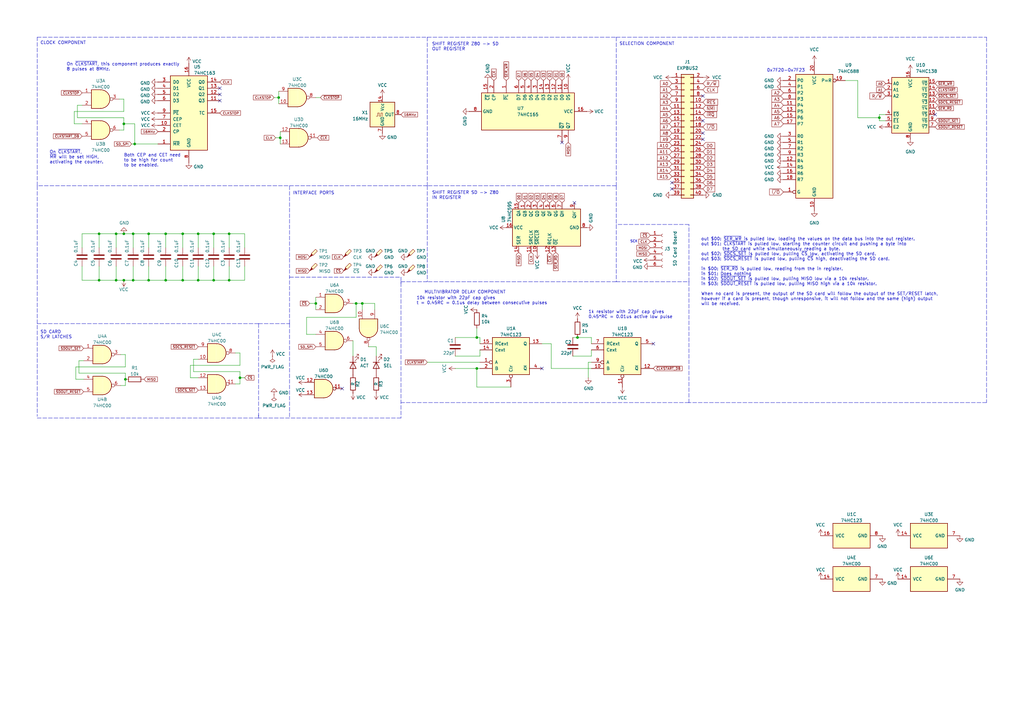
<source format=kicad_sch>
(kicad_sch (version 20231120) (generator "eeschema") (generator_version "8.0")
  (paper "A3")
  (title_block (date "2025-01-24"))
  (lib_symbols
    (symbol "74xx:74HC00" (pin_names (offset 1.016))
      (property "Reference" "U" (at 0 1.27 0))
      (property "Value" "74HC00" (at 0 -1.27 0))
      (symbol "74HC00_1_1"
        (pin input line (at -7.62 2.54 0) (length 3.81) (name "~") (number "1"))
        (pin input line (at -7.62 -2.54 0) (length 3.81) (name "~") (number "2"))
        (pin output inverted (at 7.62 0 180) (length 3.81) (name "~") (number "3"))
      )
      (symbol "74HC00_1_2"
        (pin input inverted (at -7.62 2.54 0) (length 4.318) (name "~") (number "1"))
        (pin input inverted (at -7.62 -2.54 0) (length 4.318) (name "~") (number "2"))
        (pin output line (at 7.62 0 180) (length 3.81) (name "~") (number "3"))
      )
      (symbol "74HC00_2_1"
        (pin input line (at -7.62 2.54 0) (length 3.81) (name "~") (number "4"))
        (pin input line (at -7.62 -2.54 0) (length 3.81) (name "~") (number "5"))
        (pin output inverted (at 7.62 0 180) (length 3.81) (name "~") (number "6"))
      )
      (symbol "74HC00_2_2"
        (pin input inverted (at -7.62 2.54 0) (length 4.318) (name "~") (number "4"))
        (pin input inverted (at -7.62 -2.54 0) (length 4.318) (name "~") (number "5"))
        (pin output line (at 7.62 0 180) (length 3.81) (name "~") (number "6"))
      )
      (symbol "74HC00_3_1"
        (pin input line (at -7.62 -2.54 0) (length 3.81) (name "~") (number "10"))
        (pin output inverted (at 7.62 0 180) (length 3.81) (name "~") (number "8"))
        (pin input line (at -7.62 2.54 0) (length 3.81) (name "~") (number "9"))
      )
      (symbol "74HC00_3_2"
        (pin input inverted (at -7.62 -2.54 0) (length 4.318) (name "~") (number "10"))
        (pin output line (at 7.62 0 180) (length 3.81) (name "~") (number "8"))
        (pin input inverted (at -7.62 2.54 0) (length 4.318) (name "~") (number "9"))
      )
      (symbol "74HC00_4_1"
        (pin output inverted (at 7.62 0 180) (length 3.81) (name "~") (number "11"))
        (pin input line (at -7.62 2.54 0) (length 3.81) (name "~") (number "12"))
        (pin input line (at -7.62 -2.54 0) (length 3.81) (name "~") (number "13"))
      )
      (symbol "74HC00_4_2"
        (pin output line (at 7.62 0 180) (length 3.81) (name "~") (number "11"))
        (pin input inverted (at -7.62 2.54 0) (length 4.318) (name "~") (number "12"))
        (pin input inverted (at -7.62 -2.54 0) (length 4.318) (name "~") (number "13"))
      )
      (symbol "74HC00_5_0"
        (pin power_in line (at 0 12.7 270) (length 5.08) (name "VCC") (number "14"))
        (pin power_in line (at 0 -12.7 90) (length 5.08) (name "GND") (number "7"))
      )
    )
    (symbol "74xx:74HC138"
      (property "Reference" "U" (at -7.62 13.97 0))
      (property "Value" "74HC138" (at 2.54 -11.43 0))
      (symbol "74HC138_1_1"
        (pin input line (at -10.16 10.16 0) (length 2.54) (name "A0") (number "1"))
        (pin output line (at 10.16 -2.54 180) (length 2.54) (name "~{Y5}") (number "10"))
        (pin output line (at 10.16 0 180) (length 2.54) (name "~{Y4}") (number "11"))
        (pin output line (at 10.16 2.54 180) (length 2.54) (name "~{Y3}") (number "12"))
        (pin output line (at 10.16 5.08 180) (length 2.54) (name "~{Y2}") (number "13"))
        (pin output line (at 10.16 7.62 180) (length 2.54) (name "~{Y1}") (number "14"))
        (pin output line (at 10.16 10.16 180) (length 2.54) (name "~{Y0}") (number "15"))
        (pin power_in line (at 0 15.24 270) (length 2.54) (name "VCC") (number "16"))
        (pin input line (at -10.16 7.62 0) (length 2.54) (name "A1") (number "2"))
        (pin input line (at -10.16 5.08 0) (length 2.54) (name "A2") (number "3"))
        (pin input line (at -10.16 -2.54 0) (length 2.54) (name "~{E0}") (number "4"))
        (pin input line (at -10.16 -5.08 0) (length 2.54) (name "~{E1}") (number "5"))
        (pin input line (at -10.16 -7.62 0) (length 2.54) (name "E2") (number "6"))
        (pin output line (at 10.16 -7.62 180) (length 2.54) (name "~{Y7}") (number "7"))
        (pin power_in line (at 0 -12.7 90) (length 2.54) (name "GND") (number "8"))
        (pin output line (at 10.16 -5.08 180) (length 2.54) (name "~{Y6}") (number "9"))
      )
    )
    (symbol "74xx:74HC688"
      (property "Reference" "U" (at -7.62 26.67 0))
      (property "Value" "74HC688" (at -7.62 -26.67 0))
      (symbol "74HC688_1_0"
        (pin input inverted (at -12.7 -22.86 0) (length 5.08) (name "G") (number "1"))
        (pin power_in line (at 0 -30.48 90) (length 5.08) (name "GND") (number "10"))
        (pin input line (at -12.7 12.7 0) (length 5.08) (name "P4") (number "11"))
        (pin input line (at -12.7 -10.16 0) (length 5.08) (name "R4") (number "12"))
        (pin input line (at -12.7 10.16 0) (length 5.08) (name "P5") (number "13"))
        (pin input line (at -12.7 -12.7 0) (length 5.08) (name "R5") (number "14"))
        (pin input line (at -12.7 7.62 0) (length 5.08) (name "P6") (number "15"))
        (pin input line (at -12.7 -15.24 0) (length 5.08) (name "R6") (number "16"))
        (pin input line (at -12.7 5.08 0) (length 5.08) (name "P7") (number "17"))
        (pin input line (at -12.7 -17.78 0) (length 5.08) (name "R7") (number "18"))
        (pin output inverted (at 12.7 22.86 180) (length 5.08) (name "P=R") (number "19"))
        (pin input line (at -12.7 22.86 0) (length 5.08) (name "P0") (number "2"))
        (pin power_in line (at 0 30.48 270) (length 5.08) (name "VCC") (number "20"))
        (pin input line (at -12.7 0 0) (length 5.08) (name "R0") (number "3"))
        (pin input line (at -12.7 20.32 0) (length 5.08) (name "P1") (number "4"))
        (pin input line (at -12.7 -2.54 0) (length 5.08) (name "R1") (number "5"))
        (pin input line (at -12.7 17.78 0) (length 5.08) (name "P2") (number "6"))
        (pin input line (at -12.7 -5.08 0) (length 5.08) (name "R2") (number "7"))
        (pin input line (at -12.7 15.24 0) (length 5.08) (name "P3") (number "8"))
        (pin input line (at -12.7 -7.62 0) (length 5.08) (name "R3") (number "9"))
      )
    )
    (symbol "74xx:74LS123" (pin_names (offset 1.016))
      (property "Reference" "U" (at -7.62 8.89 0))
      (property "Value" "74LS123" (at -7.62 -8.89 0))
      (symbol "74LS123_1_0"
        (pin input inverted (at -12.7 -2.54 0) (length 5.08) (name "A") (number "1"))
        (pin output line (at 12.7 5.08 180) (length 5.08) (name "Q") (number "13"))
        (pin input line (at -12.7 2.54 0) (length 5.08) (name "Cext") (number "14"))
        (pin input line (at -12.7 5.08 0) (length 5.08) (name "RCext") (number "15"))
        (pin input line (at -12.7 -5.08 0) (length 5.08) (name "B") (number "2"))
        (pin input inverted (at 0 -12.7 90) (length 5.08) (name "Clr") (number "3"))
        (pin output line (at 12.7 -5.08 180) (length 5.08) (name "~{Q}") (number "4"))
      )
      (symbol "74LS123_2_0"
        (pin input line (at -12.7 -5.08 0) (length 5.08) (name "B") (number "10"))
        (pin input inverted (at 0 -12.7 90) (length 5.08) (name "Clr") (number "11"))
        (pin output line (at 12.7 -5.08 180) (length 5.08) (name "~{Q}") (number "12"))
        (pin output line (at 12.7 5.08 180) (length 5.08) (name "Q") (number "5"))
        (pin input line (at -12.7 2.54 0) (length 5.08) (name "Cext") (number "6"))
        (pin input line (at -12.7 5.08 0) (length 5.08) (name "RCext") (number "7"))
        (pin input inverted (at -12.7 -2.54 0) (length 5.08) (name "A") (number "9"))
      )
      (symbol "74LS123_3_0"
        (pin power_in line (at 0 12.7 270) (length 5.08) (name "VCC") (number "16"))
        (pin power_in line (at 0 -12.7 90) (length 5.08) (name "GND") (number "8"))
      )
    )
    (symbol "74xx:74LS163" (pin_names (offset 1.016))
      (property "Reference" "U" (at -7.62 16.51 0))
      (property "Value" "74LS163" (at -7.62 -16.51 0))
      (symbol "74LS163_1_0"
        (pin input line (at -12.7 -12.7 0) (length 5.08) (name "~{MR}") (number "1"))
        (pin input line (at -12.7 -5.08 0) (length 5.08) (name "CET") (number "10"))
        (pin output line (at 12.7 5.08 180) (length 5.08) (name "Q3") (number "11"))
        (pin output line (at 12.7 7.62 180) (length 5.08) (name "Q2") (number "12"))
        (pin output line (at 12.7 10.16 180) (length 5.08) (name "Q1") (number "13"))
        (pin output line (at 12.7 12.7 180) (length 5.08) (name "Q0") (number "14"))
        (pin output line (at 12.7 0 180) (length 5.08) (name "TC") (number "15"))
        (pin power_in line (at 0 20.32 270) (length 5.08) (name "VCC") (number "16"))
        (pin input line (at -12.7 -7.62 0) (length 5.08) (name "CP") (number "2"))
        (pin input line (at -12.7 12.7 0) (length 5.08) (name "D0") (number "3"))
        (pin input line (at -12.7 10.16 0) (length 5.08) (name "D1") (number "4"))
        (pin input line (at -12.7 7.62 0) (length 5.08) (name "D2") (number "5"))
        (pin input line (at -12.7 5.08 0) (length 5.08) (name "D3") (number "6"))
        (pin input line (at -12.7 -2.54 0) (length 5.08) (name "CEP") (number "7"))
        (pin power_in line (at 0 -20.32 90) (length 5.08) (name "GND") (number "8"))
        (pin input line (at -12.7 0 0) (length 5.08) (name "~{PE}") (number "9"))
      )
    )
    (symbol "74xx:74LS165"
      (property "Reference" "U" (at -7.62 19.05 0))
      (property "Value" "74LS165" (at -7.62 -21.59 0))
      (symbol "74LS165_1_0"
        (pin input line (at -12.7 -10.16 0) (length 5.08) (name "~{PL}") (number "1"))
        (pin input line (at -12.7 15.24 0) (length 5.08) (name "DS") (number "10"))
        (pin input line (at -12.7 12.7 0) (length 5.08) (name "D0") (number "11"))
        (pin input line (at -12.7 10.16 0) (length 5.08) (name "D1") (number "12"))
        (pin input line (at -12.7 7.62 0) (length 5.08) (name "D2") (number "13"))
        (pin input line (at -12.7 5.08 0) (length 5.08) (name "D3") (number "14"))
        (pin input line (at -12.7 -17.78 0) (length 5.08) (name "~{CE}") (number "15"))
        (pin power_in line (at 0 22.86 270) (length 5.08) (name "VCC") (number "16"))
        (pin input line (at -12.7 -15.24 0) (length 5.08) (name "CP") (number "2"))
        (pin input line (at -12.7 2.54 0) (length 5.08) (name "D4") (number "3"))
        (pin input line (at -12.7 0 0) (length 5.08) (name "D5") (number "4"))
        (pin input line (at -12.7 -2.54 0) (length 5.08) (name "D6") (number "5"))
        (pin input line (at -12.7 -5.08 0) (length 5.08) (name "D7") (number "6"))
        (pin output line (at 12.7 12.7 180) (length 5.08) (name "~{Q7}") (number "7"))
        (pin power_in line (at 0 -25.4 90) (length 5.08) (name "GND") (number "8"))
        (pin output line (at 12.7 15.24 180) (length 5.08) (name "Q7") (number "9"))
      )
    )
    (symbol "74xx:74LS595"
      (property "Reference" "U" (at -7.62 13.97 0))
      (property "Value" "74LS595" (at -7.62 -16.51 0))
      (symbol "74LS595_1_0"
        (pin tri_state line (at 10.16 7.62 180) (length 2.54) (name "QB") (number "1"))
        (pin input line (at -10.16 2.54 0) (length 2.54) (name "~{SRCLR}") (number "10"))
        (pin input line (at -10.16 5.08 0) (length 2.54) (name "SRCLK") (number "11"))
        (pin input line (at -10.16 -2.54 0) (length 2.54) (name "RCLK") (number "12"))
        (pin input line (at -10.16 -5.08 0) (length 2.54) (name "~{OE}") (number "13"))
        (pin input line (at -10.16 10.16 0) (length 2.54) (name "SER") (number "14"))
        (pin tri_state line (at 10.16 10.16 180) (length 2.54) (name "QA") (number "15"))
        (pin power_in line (at 0 15.24 270) (length 2.54) (name "VCC") (number "16"))
        (pin tri_state line (at 10.16 5.08 180) (length 2.54) (name "QC") (number "2"))
        (pin tri_state line (at 10.16 2.54 180) (length 2.54) (name "QD") (number "3"))
        (pin tri_state line (at 10.16 0 180) (length 2.54) (name "QE") (number "4"))
        (pin tri_state line (at 10.16 -2.54 180) (length 2.54) (name "QF") (number "5"))
        (pin tri_state line (at 10.16 -5.08 180) (length 2.54) (name "QG") (number "6"))
        (pin tri_state line (at 10.16 -7.62 180) (length 2.54) (name "QH") (number "7"))
        (pin power_in line (at 0 -17.78 90) (length 2.54) (name "GND") (number "8"))
        (pin output line (at 10.16 -12.7 180) (length 2.54) (name "QH'") (number "9"))
      )
    )
    (symbol "Connector:Conn_01x06_Female" (pin_names (offset 1.016) hide)
      (property "Reference" "J" (at 0 7.62 0))
      (property "Value" "Conn_01x06_Female" (at 0 -10.16 0))
      (symbol "Conn_01x06_Female_1_1"
        (pin passive line (at -5.08 5.08 0) (length 3.81) (name "Pin_1") (number "1"))
        (pin passive line (at -5.08 2.54 0) (length 3.81) (name "Pin_2") (number "2"))
        (pin passive line (at -5.08 0 0) (length 3.81) (name "Pin_3") (number "3"))
        (pin passive line (at -5.08 -2.54 0) (length 3.81) (name "Pin_4") (number "4"))
        (pin passive line (at -5.08 -5.08 0) (length 3.81) (name "Pin_5") (number "5"))
        (pin passive line (at -5.08 -7.62 0) (length 3.81) (name "Pin_6") (number "6"))
      )
    )
    (symbol "Connector:TestPoint_Probe" (pin_numbers hide) (pin_names (offset 0.762) hide)
      (property "Reference" "TP" (at 1.651 5.842 0))
      (property "Value" "TestPoint_Probe" (at 1.651 4.064 0))
      (symbol "TestPoint_Probe_1_1"
        (pin passive line (at 0 0 90) (length 0) (name "1") (number "1"))
      )
    )
    (symbol "Connector_Generic:Conn_02x20_Odd_Even" (pin_names (offset 1.016) hide)
      (property "Reference" "J" (at 1.27 25.4 0))
      (property "Value" "Conn_02x20_Odd_Even" (at 1.27 -27.94 0))
      (symbol "Conn_02x20_Odd_Even_1_1"
        (pin passive line (at -5.08 22.86 0) (length 3.81) (name "Pin_1") (number "1"))
        (pin passive line (at 7.62 12.7 180) (length 3.81) (name "Pin_10") (number "10"))
        (pin passive line (at -5.08 10.16 0) (length 3.81) (name "Pin_11") (number "11"))
        (pin passive line (at 7.62 10.16 180) (length 3.81) (name "Pin_12") (number "12"))
        (pin passive line (at -5.08 7.62 0) (length 3.81) (name "Pin_13") (number "13"))
        (pin passive line (at 7.62 7.62 180) (length 3.81) (name "Pin_14") (number "14"))
        (pin passive line (at -5.08 5.08 0) (length 3.81) (name "Pin_15") (number "15"))
        (pin passive line (at 7.62 5.08 180) (length 3.81) (name "Pin_16") (number "16"))
        (pin passive line (at -5.08 2.54 0) (length 3.81) (name "Pin_17") (number "17"))
        (pin passive line (at 7.62 2.54 180) (length 3.81) (name "Pin_18") (number "18"))
        (pin passive line (at -5.08 0 0) (length 3.81) (name "Pin_19") (number "19"))
        (pin passive line (at 7.62 22.86 180) (length 3.81) (name "Pin_2") (number "2"))
        (pin passive line (at 7.62 0 180) (length 3.81) (name "Pin_20") (number "20"))
        (pin passive line (at -5.08 -2.54 0) (length 3.81) (name "Pin_21") (number "21"))
        (pin passive line (at 7.62 -2.54 180) (length 3.81) (name "Pin_22") (number "22"))
        (pin passive line (at -5.08 -5.08 0) (length 3.81) (name "Pin_23") (number "23"))
        (pin passive line (at 7.62 -5.08 180) (length 3.81) (name "Pin_24") (number "24"))
        (pin passive line (at -5.08 -7.62 0) (length 3.81) (name "Pin_25") (number "25"))
        (pin passive line (at 7.62 -7.62 180) (length 3.81) (name "Pin_26") (number "26"))
        (pin passive line (at -5.08 -10.16 0) (length 3.81) (name "Pin_27") (number "27"))
        (pin passive line (at 7.62 -10.16 180) (length 3.81) (name "Pin_28") (number "28"))
        (pin passive line (at -5.08 -12.7 0) (length 3.81) (name "Pin_29") (number "29"))
        (pin passive line (at -5.08 20.32 0) (length 3.81) (name "Pin_3") (number "3"))
        (pin passive line (at 7.62 -12.7 180) (length 3.81) (name "Pin_30") (number "30"))
        (pin passive line (at -5.08 -15.24 0) (length 3.81) (name "Pin_31") (number "31"))
        (pin passive line (at 7.62 -15.24 180) (length 3.81) (name "Pin_32") (number "32"))
        (pin passive line (at -5.08 -17.78 0) (length 3.81) (name "Pin_33") (number "33"))
        (pin passive line (at 7.62 -17.78 180) (length 3.81) (name "Pin_34") (number "34"))
        (pin passive line (at -5.08 -20.32 0) (length 3.81) (name "Pin_35") (number "35"))
        (pin passive line (at 7.62 -20.32 180) (length 3.81) (name "Pin_36") (number "36"))
        (pin passive line (at -5.08 -22.86 0) (length 3.81) (name "Pin_37") (number "37"))
        (pin passive line (at 7.62 -22.86 180) (length 3.81) (name "Pin_38") (number "38"))
        (pin passive line (at -5.08 -25.4 0) (length 3.81) (name "Pin_39") (number "39"))
        (pin passive line (at 7.62 20.32 180) (length 3.81) (name "Pin_4") (number "4"))
        (pin passive line (at 7.62 -25.4 180) (length 3.81) (name "Pin_40") (number "40"))
        (pin passive line (at -5.08 17.78 0) (length 3.81) (name "Pin_5") (number "5"))
        (pin passive line (at 7.62 17.78 180) (length 3.81) (name "Pin_6") (number "6"))
        (pin passive line (at -5.08 15.24 0) (length 3.81) (name "Pin_7") (number "7"))
        (pin passive line (at 7.62 15.24 180) (length 3.81) (name "Pin_8") (number "8"))
        (pin passive line (at -5.08 12.7 0) (length 3.81) (name "Pin_9") (number "9"))
      )
    )
    (symbol "Device:C" (pin_numbers hide) (pin_names (offset 0.254))
      (property "Reference" "C" (at 0.635 2.54 0))
      (property "Value" "C" (at 0.635 -2.54 0))
      (symbol "C_1_1"
        (pin passive line (at 0 3.81 270) (length 2.794) (name "~") (number "1"))
        (pin passive line (at 0 -3.81 90) (length 2.794) (name "~") (number "2"))
      )
    )
    (symbol "Device:LED" (pin_numbers hide) (pin_names (offset 1.016) hide)
      (property "Reference" "D" (at 0 2.54 0))
      (property "Value" "LED" (at 0 -2.54 0))
      (symbol "LED_1_1"
        (pin passive line (at -3.81 0 0) (length 2.54) (name "K") (number "1"))
        (pin passive line (at 3.81 0 180) (length 2.54) (name "A") (number "2"))
      )
    )
    (symbol "Device:R" (pin_numbers hide) (pin_names (offset 0))
      (property "Reference" "R" (at 2.032 0 90))
      (property "Value" "R" (at 0 0 90))
      (symbol "R_1_1"
        (pin passive line (at 0 3.81 270) (length 1.27) (name "~") (number "1"))
        (pin passive line (at 0 -3.81 90) (length 1.27) (name "~") (number "2"))
      )
    )
    (symbol "Oscillator:TCXO-14" (pin_names (offset 0.254))
      (property "Reference" "X" (at -5.08 6.35 0))
      (property "Value" "TCXO-14" (at 1.27 -6.35 0))
      (symbol "TCXO-14_1_1"
        (pin no_connect line (at -5.08 2.54 0) (length 2.54) hide (name "NC") (number "1"))
        (pin power_in line (at 0 7.62 270) (length 2.54) (name "Vcc") (number "14"))
        (pin power_in line (at 0 -7.62 90) (length 2.54) (name "GND") (number "7"))
        (pin output line (at 7.62 0 180) (length 2.54) (name "OUT") (number "8"))
      )
    )
    (symbol "power:GND" (power) (pin_numbers hide) (pin_names (offset 0) hide)
      (property "Value" "GND" (at 0 -3.81 0))
      (symbol "GND_1_1"
        (pin power_in line (at 0 0 270) (length 0) (name "~") (number "1"))
      )
    )
    (symbol "power:PWR_FLAG" (power) (pin_numbers hide) (pin_names (offset 0) hide)
      (property "Value" "PWR_FLAG" (at 0 3.81 0))
      (symbol "PWR_FLAG_0_0"
        (pin power_out line (at 0 0 90) (length 0) (name "~") (number "1"))
      )
    )
    (symbol "power:VCC" (power) (pin_numbers hide) (pin_names (offset 0) hide)
      (property "Value" "VCC" (at 0 3.556 0))
      (symbol "VCC_1_1"
        (pin power_in line (at 0 0 90) (length 0) (name "~") (number "1"))
      )
    )
  )
  (junction (at 360.68 48.26))
  (junction (at 60.96 95.885))
  (junction (at 60.96 114.935))
  (junction (at 55.245 59.055))
  (junction (at 195.58 138.43))
  (junction (at 98.425 154.94))
  (junction (at 146.05 124.46))
  (junction (at 129.54 124.46))
  (junction (at 236.855 138.43))
  (junction (at 74.93 114.935))
  (junction (at 81.28 95.885))
  (junction (at 50.8 114.935))
  (junction (at 50.8 95.885))
  (junction (at 54.61 95.885))
  (junction (at 50.8 50.8))
  (junction (at 67.945 95.885))
  (junction (at 87.63 114.935))
  (junction (at 54.61 114.935))
  (junction (at 148.59 124.46))
  (junction (at 40.64 114.935))
  (junction (at 114.935 56.515))
  (junction (at 93.98 114.935))
  (junction (at 40.64 95.885))
  (junction (at 87.63 95.885))
  (junction (at 195.58 151.13))
  (junction (at 114.3 40.005))
  (junction (at 51.435 155.575))
  (junction (at 47.625 95.885))
  (junction (at 67.945 114.935))
  (junction (at 74.93 95.885))
  (junction (at 93.98 95.885))
  (junction (at 81.28 114.935))
  (junction (at 47.625 114.935))
  (no_connect (at 275.59 74.93))
  (no_connect (at 90.17 36.195))
  (no_connect (at 230.505 58.42))
  (no_connect (at 288.29 54.61))
  (no_connect (at 222.25 151.13))
  (no_connect (at 235.585 83.185))
  (no_connect (at 140.335 159.385))
  (no_connect (at 275.59 77.47))
  (no_connect (at 383.54 46.99))
  (no_connect (at 288.29 39.37))
  (no_connect (at 90.17 41.275))
  (no_connect (at 288.29 49.53))
  (no_connect (at 90.17 38.735))
  (no_connect (at 267.97 140.97))
  (no_connect (at 288.29 57.15))
  (wire (pts (xy 54.61 114.935) (xy 50.8 114.935)))
  (polyline (pts (xy 404.622 15.24) (xy 404.622 165.1)) (stroke (width 0) (type dash)))
  (wire (pts (xy 195.58 134.62) (xy 195.58 138.43)))
  (wire (pts (xy 114.3 40.005) (xy 114.3 37.465)))
  (polyline (pts (xy 15.875 76.2) (xy 175.26 76.2)) (stroke (width 0) (type dash)))
  (wire (pts (xy 67.945 109.22) (xy 67.945 114.935)))
  (wire (pts (xy 129.54 40.005) (xy 131.445 40.005)))
  (wire (pts (xy 360.68 48.26) (xy 360.68 46.99)))
  (polyline (pts (xy 106.045 132.715) (xy 106.045 170.815)) (stroke (width 0) (type dash)))
  (wire (pts (xy 50.8 45.72) (xy 30.48 45.72)))
  (wire (pts (xy 79.375 147.32) (xy 81.28 147.32)))
  (polyline (pts (xy 252.73 15.24) (xy 404.622 15.24)) (stroke (width 0) (type dash)))
  (wire (pts (xy 51.435 158.115) (xy 51.435 155.575)))
  (wire (pts (xy 93.98 114.935) (xy 87.63 114.935)))
  (wire (pts (xy 146.05 124.46) (xy 148.59 124.46)))
  (wire (pts (xy 186.69 151.13) (xy 195.58 151.13)))
  (wire (pts (xy 49.53 145.415) (xy 51.435 145.415)))
  (wire (pts (xy 50.8 53.34) (xy 50.8 50.8)))
  (wire (pts (xy 236.855 138.43) (xy 234.95 138.43)))
  (polyline (pts (xy 106.045 171.45) (xy 106.045 170.18)) (stroke (width 0) (type dash)))
  (wire (pts (xy 30.48 45.72) (xy 30.48 50.8)))
  (wire (pts (xy 40.64 101.6) (xy 40.64 95.885)))
  (wire (pts (xy 151.13 142.24) (xy 154.305 142.24)))
  (wire (pts (xy 98.425 144.78) (xy 98.425 149.86)))
  (polyline (pts (xy 404.622 165.1) (xy 282.448 165.1)) (stroke (width 0) (type dash)))
  (polyline (pts (xy 164.465 115.57) (xy 164.465 116.205)) (stroke (width 0) (type dash)))
  (wire (pts (xy 32.385 153.035) (xy 32.385 147.955)))
  (wire (pts (xy 78.105 154.94) (xy 81.28 154.94)))
  (polyline (pts (xy 252.73 15.24) (xy 252.73 76.2)) (stroke (width 0) (type dash)))
  (polyline (pts (xy 118.745 132.715) (xy 118.745 171.45)) (stroke (width 0) (type dash)))
  (wire (pts (xy 98.425 157.48) (xy 98.425 154.94)))
  (wire (pts (xy 50.8 50.8) (xy 55.245 50.8)))
  (wire (pts (xy 87.63 114.935) (xy 87.63 109.22)))
  (wire (pts (xy 144.78 139.7) (xy 144.78 146.05)))
  (wire (pts (xy 98.425 149.86) (xy 78.105 149.86)))
  (wire (pts (xy 48.895 53.34) (xy 50.8 53.34)))
  (wire (pts (xy 87.63 95.885) (xy 93.98 95.885)))
  (wire (pts (xy 81.28 114.935) (xy 74.93 114.935)))
  (wire (pts (xy 186.69 146.05) (xy 196.85 146.05)))
  (wire (pts (xy 79.375 152.4) (xy 79.375 147.32)))
  (polyline (pts (xy 175.26 115.57) (xy 164.465 115.57)) (stroke (width 0) (type dash)))
  (wire (pts (xy 67.945 95.885) (xy 67.945 101.6)))
  (polyline (pts (xy 164.465 171.45) (xy 106.045 171.45)) (stroke (width 0) (type dash)))
  (wire (pts (xy 60.96 114.935) (xy 54.61 114.935)))
  (wire (pts (xy 47.625 101.6) (xy 47.625 95.885)))
  (polyline (pts (xy 252.73 115.57) (xy 282.575 115.57)) (stroke (width 0) (type dash)))
  (wire (pts (xy 74.93 109.22) (xy 74.93 114.935)))
  (polyline (pts (xy 106.045 132.715) (xy 118.745 132.715)) (stroke (width 0) (type dash)))
  (wire (pts (xy 114.935 53.975) (xy 114.935 56.515)))
  (wire (pts (xy 129.54 124.46) (xy 129.54 127)))
  (wire (pts (xy 113.03 56.515) (xy 114.935 56.515)))
  (wire (pts (xy 67.945 114.935) (xy 60.96 114.935)))
  (wire (pts (xy 146.05 130.175) (xy 125.73 130.175)))
  (wire (pts (xy 51.435 145.415) (xy 51.435 150.495)))
  (polyline (pts (xy 282.575 115.57) (xy 282.575 165.1)) (stroke (width 0) (type dash)))
  (wire (pts (xy 47.625 114.935) (xy 47.625 109.22)))
  (wire (pts (xy 31.115 150.495) (xy 31.115 155.575)))
  (wire (pts (xy 30.48 50.8) (xy 33.655 50.8)))
  (wire (pts (xy 54.61 114.935) (xy 54.61 109.22)))
  (polyline (pts (xy 282.575 92.075) (xy 252.73 92.075)) (stroke (width 0) (type dash)))
  (wire (pts (xy 195.58 158.75) (xy 209.55 158.75)))
  (polyline (pts (xy 164.465 113.665) (xy 164.465 171.45)) (stroke (width 0) (type dash)))
  (wire (pts (xy 96.52 144.78) (xy 98.425 144.78)))
  (wire (pts (xy 360.68 46.99) (xy 363.22 46.99)))
  (wire (pts (xy 98.425 154.94) (xy 98.425 152.4)))
  (wire (pts (xy 55.245 50.8) (xy 55.245 59.055)))
  (wire (pts (xy 60.96 114.935) (xy 60.96 109.22)))
  (wire (pts (xy 360.68 49.53) (xy 363.22 49.53)))
  (wire (pts (xy 49.53 158.115) (xy 51.435 158.115)))
  (wire (pts (xy 47.625 114.935) (xy 40.64 114.935)))
  (polyline (pts (xy 282.575 115.57) (xy 282.575 92.075)) (stroke (width 0) (type dash)))
  (polyline (pts (xy 252.73 115.57) (xy 175.26 115.57)) (stroke (width 0) (type dash)))
  (wire (pts (xy 351.79 33.02) (xy 351.79 48.26)))
  (wire (pts (xy 100.33 101.6) (xy 100.33 95.885)))
  (wire (pts (xy 234.95 146.05) (xy 242.57 146.05)))
  (wire (pts (xy 242.57 140.97) (xy 242.57 138.43)))
  (wire (pts (xy 226.06 151.13) (xy 226.06 140.97)))
  (wire (pts (xy 195.58 151.13) (xy 195.58 158.75)))
  (wire (pts (xy 195.58 151.13) (xy 196.85 151.13)))
  (wire (pts (xy 186.69 138.43) (xy 195.58 138.43)))
  (wire (pts (xy 51.435 155.575) (xy 51.435 153.035)))
  (polyline (pts (xy 252.73 76.2) (xy 175.26 76.2)) (stroke (width 0) (type dash)))
  (wire (pts (xy 33.655 95.885) (xy 40.64 95.885)))
  (wire (pts (xy 78.105 149.86) (xy 78.105 154.94)))
  (polyline (pts (xy 15.24 171.45) (xy 106.045 171.45)) (stroke (width 0) (type dash)))
  (wire (pts (xy 242.57 146.05) (xy 242.57 143.51)))
  (wire (pts (xy 96.52 157.48) (xy 98.425 157.48)))
  (wire (pts (xy 54.61 101.6) (xy 54.61 95.885)))
  (wire (pts (xy 226.06 151.13) (xy 242.57 151.13)))
  (wire (pts (xy 50.8 40.64) (xy 50.8 45.72)))
  (wire (pts (xy 175.26 148.59) (xy 196.85 148.59)))
  (wire (pts (xy 93.98 114.935) (xy 93.98 109.22)))
  (polyline (pts (xy 15.24 76.2) (xy 15.24 170.815)) (stroke (width 0) (type dash)))
  (polyline (pts (xy 118.745 132.715) (xy 118.745 113.665)) (stroke (width 0) (type dash)))
  (polyline (pts (xy 118.745 76.2) (xy 118.745 113.665)) (stroke (width 0) (type dash)))
  (polyline (pts (xy 118.745 113.665) (xy 164.465 113.665)) (stroke (width 0) (type dash)))
  (wire (pts (xy 50.8 50.8) (xy 50.8 48.26)))
  (wire (pts (xy 93.98 101.6) (xy 93.98 95.885)))
  (wire (pts (xy 31.115 155.575) (xy 34.29 155.575)))
  (wire (pts (xy 100.33 114.935) (xy 100.33 109.22)))
  (wire (pts (xy 74.93 95.885) (xy 74.93 101.6)))
  (wire (pts (xy 114.3 40.005) (xy 114.3 42.545)))
  (wire (pts (xy 125.73 137.16) (xy 129.54 137.16)))
  (wire (pts (xy 48.895 40.64) (xy 50.8 40.64)))
  (polyline (pts (xy 252.73 76.2) (xy 252.73 115.57)) (stroke (width 0) (type dash)))
  (wire (pts (xy 346.71 33.02) (xy 351.79 33.02)))
  (wire (pts (xy 50.8 114.935) (xy 47.625 114.935)))
  (wire (pts (xy 112.395 40.005) (xy 114.3 40.005)))
  (wire (pts (xy 40.64 114.935) (xy 40.64 109.22)))
  (wire (pts (xy 154.305 142.24) (xy 154.305 146.05)))
  (wire (pts (xy 31.75 43.18) (xy 33.655 43.18)))
  (wire (pts (xy 98.425 154.94) (xy 100.33 154.94)))
  (wire (pts (xy 74.93 114.935) (xy 67.945 114.935)))
  (wire (pts (xy 93.98 95.885) (xy 100.33 95.885)))
  (wire (pts (xy 98.425 152.4) (xy 79.375 152.4)))
  (polyline (pts (xy 175.26 76.2) (xy 175.26 115.57)) (stroke (width 0) (type dash)))
  (wire (pts (xy 148.59 124.46) (xy 148.59 127)))
  (wire (pts (xy 81.28 114.935) (xy 81.28 109.22)))
  (wire (pts (xy 241.3 154.94) (xy 241.3 148.59)))
  (wire (pts (xy 67.945 95.885) (xy 74.93 95.885)))
  (wire (pts (xy 31.75 48.26) (xy 31.75 43.18)))
  (wire (pts (xy 226.06 140.97) (xy 222.25 140.97)))
  (wire (pts (xy 196.85 146.05) (xy 196.85 143.51)))
  (wire (pts (xy 33.655 114.935) (xy 33.655 109.22)))
  (wire (pts (xy 100.33 114.935) (xy 93.98 114.935)))
  (wire (pts (xy 81.28 101.6) (xy 81.28 95.885)))
  (polyline (pts (xy 282.575 165.1) (xy 164.465 165.1)) (stroke (width 0) (type dash)))
  (wire (pts (xy 127 124.46) (xy 129.54 124.46)))
  (wire (pts (xy 47.625 95.885) (xy 50.8 95.885)))
  (polyline (pts (xy 15.24 76.2) (xy 15.24 15.24)) (stroke (width 0) (type dash)))
  (wire (pts (xy 54.61 95.885) (xy 60.96 95.885)))
  (wire (pts (xy 32.385 147.955) (xy 34.29 147.955)))
  (wire (pts (xy 55.245 59.055) (xy 64.77 59.055)))
  (wire (pts (xy 87.63 101.6) (xy 87.63 95.885)))
  (wire (pts (xy 51.435 153.035) (xy 32.385 153.035)))
  (wire (pts (xy 81.28 95.885) (xy 87.63 95.885)))
  (wire (pts (xy 33.655 101.6) (xy 33.655 95.885)))
  (wire (pts (xy 60.96 101.6) (xy 60.96 95.885)))
  (polyline (pts (xy 175.26 15.24) (xy 252.73 15.24)) (stroke (width 0) (type dash)))
  (wire (pts (xy 50.8 48.26) (xy 31.75 48.26)))
  (wire (pts (xy 148.59 124.46) (xy 153.67 124.46)))
  (wire (pts (xy 360.68 48.26) (xy 360.68 49.53)))
  (wire (pts (xy 125.73 130.175) (xy 125.73 137.16)))
  (wire (pts (xy 87.63 114.935) (xy 81.28 114.935)))
  (wire (pts (xy 196.85 140.97) (xy 196.85 138.43)))
  (wire (pts (xy 40.64 95.885) (xy 47.625 95.885)))
  (wire (pts (xy 51.435 150.495) (xy 31.115 150.495)))
  (wire (pts (xy 351.79 48.26) (xy 360.68 48.26)))
  (wire (pts (xy 74.93 95.885) (xy 81.28 95.885)))
  (polyline (pts (xy 15.24 132.715) (xy 106.045 132.715)) (stroke (width 0) (type dash)))
  (wire (pts (xy 196.85 138.43) (xy 195.58 138.43)))
  (wire (pts (xy 153.67 124.46) (xy 153.67 127)))
  (wire (pts (xy 53.975 59.055) (xy 55.245 59.055)))
  (wire (pts (xy 40.64 114.935) (xy 33.655 114.935)))
  (wire (pts (xy 114.935 56.515) (xy 114.935 59.055)))
  (polyline (pts (xy 175.26 15.24) (xy 175.26 76.2)) (stroke (width 0) (type dash)))
  (wire (pts (xy 241.3 148.59) (xy 242.57 148.59)))
  (wire (pts (xy 146.05 124.46) (xy 146.05 130.175)))
  (wire (pts (xy 60.96 95.885) (xy 67.945 95.885)))
  (polyline (pts (xy 15.24 15.24) (xy 175.26 15.24)) (stroke (width 0) (type dash)))
  (wire (pts (xy 144.78 124.46) (xy 146.05 124.46)))
  (wire (pts (xy 50.8 95.885) (xy 54.61 95.885)))
  (wire (pts (xy 242.57 138.43) (xy 236.855 138.43)))
  (wire (pts (xy 129.54 124.46) (xy 129.54 121.92)))
  (text "SHIFT REGISTER SD -> Z80\nIN REGISTER" (at 177.165 81.915 0) (effects (font (size 1.27 1.27)) (justify left bottom)))
  (text "SD CARD\nS/R LATCHES" (at 16.51 139.065 0) (effects (font (size 1.27 1.27)) (justify left bottom)))
  (text "out $00: ~{SER_WR} is pulled low, loading the values on the data bus into the out register.\nout $01: ~{CLKSTART} is pulled low, starting the counter circuit and pushing a byte into \n         the SD card while simultaneously reading a byte.\nout $02: ~{SDCS_SET} is pulled low, pulling ~{CS} low, activating the SD card.\nout $03: ~{SDCS_RESET} is pulled low, pulling ~{CS} high, deactivating the SD card." (at 287.528 107.061 0) (effects (font (size 1.27 1.27)) (justify left bottom)))
  (text "On ~{CLKSTART}, this component produces exactly\n8 pulses at 8MHz." (at 27.305 29.21 0) (effects (font (size 1.27 1.27)) (justify left bottom)))
  (text "On ~{CLKSTART}, \n~{MR} will be set HIGH, \nactivating the counter." (at 20.32 67.31 0) (effects (font (size 1.27 1.27)) (justify left bottom)))
  (text "in $00: ~{SER_RD} is pulled low, reading from the in register.\nin $01: Does nothing\nin $02: ~{SDOUT_SET} is pulled low, pulling MISO low via a 10k resistor.\nin $03: ~{SDOUT_RESET} is pulled low, pulling MISO high via a 10k resistor.\n\nWhen no card is present, the output of the SD card will follow the output of the SET/RESET latch,\nhowever if a card is present, though unresponsive, it will not follow and the same (high) output\nwill be received." (at 287.528 125.476 0) (effects (font (size 1.27 1.27)) (justify left bottom)))
  (text "0x7F20-0x7F23" (at 322.326 28.956 0) (effects (font (size 1.27 1.27))))
  (text "SELECTION COMPONENT" (at 254 18.796 0) (effects (font (size 1.27 1.27)) (justify left bottom)))
  (text "1k resistor with 22pF cap gives\n0.45*RC = 0.01us active low pulse" (at 241.3 130.81 0) (effects (font (size 1.27 1.27)) (justify left bottom)))
  (text "10k resistor with 22pF cap gives\nt = 0.45RC = 0.1us delay between consecutive pulses" (at 170.815 125.095 0) (effects (font (size 1.27 1.27)) (justify left bottom)))
  (text "CLOCK COMPONENT" (at 16.51 18.415 0) (effects (font (size 1.27 1.27)) (justify left bottom)))
  (text "INTERFACE PORTS" (at 120.015 80.01 0) (effects (font (size 1.27 1.27)) (justify left bottom)))
  (text "Both CEP and CET need\nto be high for count\nto be enabled." (at 50.8 68.58 0) (effects (font (size 1.27 1.27)) (justify left bottom)))
  (text "SCK" (at 258.445 99.695 0) (effects (font (size 1 1)) (justify left bottom)))
  (text "MULTIVIBRATOR DELAY COMPONENT" (at 173.99 120.65 0) (effects (font (size 1.27 1.27)) (justify left bottom)))
  (text "SHIFT REGISTER Z80 -> SD\nOUT REGISTER" (at 177.165 20.955 0) (effects (font (size 1.27 1.27)) (justify left bottom)))
  (global_label "~{CLKSTOP}" (shape input) (at 131.445 40.005 0) (effects (font (size 1 1))) (property "Intersheetrefs" "${INTERSHEET_REFS}" (effects (hide yes))))
  (global_label "~{I{slash}O}" (shape input) (at 321.31 78.74 180) (property "Intersheetrefs" "${INTERSHEET_REFS}" (effects (hide yes))))
  (global_label "A13" (shape input) (at 275.59 67.31 180) (property "Intersheetrefs" "${INTERSHEET_REFS}" (effects (hide yes))))
  (global_label "MISO" (shape input) (at 266.7 104.14 180) (effects (font (size 1 1))) (property "Intersheetrefs" "${INTERSHEET_REFS}" (effects (hide yes))))
  (global_label "~{SDOUT_RESET}" (shape input) (at 34.29 160.655 180) (effects (font (size 1 1))) (property "Intersheetrefs" "${INTERSHEET_REFS}" (effects (hide yes))))
  (global_label "~{SDOUT_SET}" (shape input) (at 383.54 49.53 0) (effects (font (size 1 1))) (property "Intersheetrefs" "${INTERSHEET_REFS}" (effects (hide yes))))
  (global_label "D7" (shape input) (at 288.29 77.47 0) (property "Intersheetrefs" "${INTERSHEET_REFS}" (effects (hide yes))))
  (global_label "A14" (shape input) (at 275.59 69.85 180) (property "Intersheetrefs" "${INTERSHEET_REFS}" (effects (hide yes))))
  (global_label "MOSI" (shape input) (at 233.045 58.42 270) (effects (font (size 1 1))) (property "Intersheetrefs" "${INTERSHEET_REFS}" (effects (hide yes))))
  (global_label "CLKSTOP" (shape input) (at 112.395 40.005 180) (effects (font (size 1 1))) (property "Intersheetrefs" "${INTERSHEET_REFS}" (effects (hide yes))))
  (global_label "CLK" (shape input) (at 288.29 36.83 0) (property "Intersheetrefs" "${INTERSHEET_REFS}" (effects (hide yes))))
  (global_label "D5" (shape input) (at 288.29 72.39 0) (property "Intersheetrefs" "${INTERSHEET_REFS}" (effects (hide yes))))
  (global_label "SD_SPI" (shape input) (at 53.975 59.055 180) (effects (font (size 1 1))) (property "Intersheetrefs" "${INTERSHEET_REFS}" (effects (hide yes))))
  (global_label "D7" (shape input) (at 230.505 83.185 90) (effects (font (size 1 1))) (property "Intersheetrefs" "${INTERSHEET_REFS}" (effects (hide yes))))
  (global_label "D5" (shape input) (at 225.425 83.185 90) (effects (font (size 1 1))) (property "Intersheetrefs" "${INTERSHEET_REFS}" (effects (hide yes))))
  (global_label "A6" (shape input) (at 275.59 49.53 180) (property "Intersheetrefs" "${INTERSHEET_REFS}" (effects (hide yes))))
  (global_label "A0" (shape input) (at 363.22 34.29 180) (effects (font (size 1 1))) (property "Intersheetrefs" "${INTERSHEET_REFS}" (effects (hide yes))))
  (global_label "A3" (shape input) (at 321.31 40.64 180) (property "Intersheetrefs" "${INTERSHEET_REFS}" (effects (hide yes))))
  (global_label "~{SDCS_SET}" (shape input) (at 383.54 39.37 0) (effects (font (size 1 1))) (property "Intersheetrefs" "${INTERSHEET_REFS}" (effects (hide yes))))
  (global_label "D6" (shape input) (at 288.29 74.93 0) (property "Intersheetrefs" "${INTERSHEET_REFS}" (effects (hide yes))))
  (global_label "MISO" (shape input) (at 59.055 155.575 0) (effects (font (size 1 1))) (property "Intersheetrefs" "${INTERSHEET_REFS}" (effects (hide yes))))
  (global_label "D5" (shape input) (at 217.805 33.02 90) (effects (font (size 1 1))) (property "Intersheetrefs" "${INTERSHEET_REFS}" (effects (hide yes))))
  (global_label "D1" (shape input) (at 227.965 33.02 90) (effects (font (size 1 1))) (property "Intersheetrefs" "${INTERSHEET_REFS}" (effects (hide yes))))
  (global_label "~{CS}" (shape input) (at 127 124.46 180) (effects (font (size 1 1))) (property "Intersheetrefs" "${INTERSHEET_REFS}" (effects (hide yes))))
  (global_label "D0" (shape input) (at 288.29 59.69 0) (property "Intersheetrefs" "${INTERSHEET_REFS}" (effects (hide yes))))
  (global_label "CLK" (shape input) (at 90.17 33.655 0) (effects (font (size 1 1))) (property "Intersheetrefs" "${INTERSHEET_REFS}" (effects (hide yes))))
  (global_label "~{CLKSTART_DB}" (shape input) (at 33.655 55.88 180) (effects (font (size 1 1))) (property "Intersheetrefs" "${INTERSHEET_REFS}" (effects (hide yes))))
  (global_label "D4" (shape input) (at 288.29 69.85 0) (property "Intersheetrefs" "${INTERSHEET_REFS}" (effects (hide yes))))
  (global_label "A5" (shape input) (at 321.31 45.72 180) (property "Intersheetrefs" "${INTERSHEET_REFS}" (effects (hide yes))))
  (global_label "~{IRQ}" (shape input) (at 288.29 46.99 0) (property "Intersheetrefs" "${INTERSHEET_REFS}" (effects (hide yes))))
  (global_label "R{slash}~{W}" (shape input) (at 288.29 34.29 0) (property "Intersheetrefs" "${INTERSHEET_REFS}" (effects (hide yes))))
  (global_label "~{SER_WR}" (shape input) (at 207.645 33.02 90) (effects (font (size 1 1))) (property "Intersheetrefs" "${INTERSHEET_REFS}" (effects (hide yes))))
  (global_label "D4" (shape input) (at 220.345 33.02 90) (effects (font (size 1 1))) (property "Intersheetrefs" "${INTERSHEET_REFS}" (effects (hide yes))))
  (global_label "A12" (shape input) (at 275.59 64.77 180) (property "Intersheetrefs" "${INTERSHEET_REFS}" (effects (hide yes))))
  (global_label "MOSI" (shape input) (at 127 105.41 180) (effects (font (size 1 1))) (property "Intersheetrefs" "${INTERSHEET_REFS}" (effects (hide yes))))
  (global_label "~{SDOUT_SET}" (shape input) (at 34.29 142.875 180) (effects (font (size 1 1))) (property "Intersheetrefs" "${INTERSHEET_REFS}" (effects (hide yes))))
  (global_label "D3" (shape input) (at 288.29 67.31 0) (property "Intersheetrefs" "${INTERSHEET_REFS}" (effects (hide yes))))
  (global_label "A1" (shape input) (at 275.59 36.83 180) (property "Intersheetrefs" "${INTERSHEET_REFS}" (effects (hide yes))))
  (global_label "D0" (shape input) (at 212.725 83.185 90) (effects (font (size 1 1))) (property "Intersheetrefs" "${INTERSHEET_REFS}" (effects (hide yes))))
  (global_label "MISO" (shape input) (at 127 111.125 180) (effects (font (size 1 1))) (property "Intersheetrefs" "${INTERSHEET_REFS}" (effects (hide yes))))
  (global_label "16MHz" (shape input) (at 64.77 53.975 180) (effects (font (size 1 1))) (property "Intersheetrefs" "${INTERSHEET_REFS}" (effects (hide yes))))
  (global_label "~{CS}" (shape input) (at 140.97 111.125 180) (effects (font (size 1 1))) (property "Intersheetrefs" "${INTERSHEET_REFS}" (effects (hide yes))))
  (global_label "~{CS}" (shape input) (at 266.7 96.52 180) (effects (font (size 1 1))) (property "Intersheetrefs" "${INTERSHEET_REFS}" (effects (hide yes))))
  (global_label "~{SDCS_SET}" (shape input) (at 81.28 160.02 180) (effects (font (size 1 1))) (property "Intersheetrefs" "${INTERSHEET_REFS}" (effects (hide yes))))
  (global_label "A4" (shape input) (at 321.31 43.18 180) (property "Intersheetrefs" "${INTERSHEET_REFS}" (effects (hide yes))))
  (global_label "D7" (shape input) (at 212.725 33.02 90) (effects (font (size 1 1))) (property "Intersheetrefs" "${INTERSHEET_REFS}" (effects (hide yes))))
  (global_label "~{CLK}" (shape input) (at 130.175 56.515 0) (effects (font (size 1 1))) (property "Intersheetrefs" "${INTERSHEET_REFS}" (effects (hide yes))))
  (global_label "A3" (shape input) (at 275.59 41.91 180) (property "Intersheetrefs" "${INTERSHEET_REFS}" (effects (hide yes))))
  (global_label "~{SER_WR}" (shape input) (at 383.54 34.29 0) (effects (font (size 1 1))) (property "Intersheetrefs" "${INTERSHEET_REFS}" (effects (hide yes))))
  (global_label "~{SER_RD}" (shape input) (at 227.965 103.505 270) (effects (font (size 1 1))) (property "Intersheetrefs" "${INTERSHEET_REFS}" (effects (hide yes))))
  (global_label "CLK" (shape input) (at 140.97 105.41 180) (effects (font (size 1 1))) (property "Intersheetrefs" "${INTERSHEET_REFS}" (effects (hide yes))))
  (global_label "~{SDOUT_RESET}" (shape input) (at 383.54 52.07 0) (effects (font (size 1 1))) (property "Intersheetrefs" "${INTERSHEET_REFS}" (effects (hide yes))))
  (global_label "A6" (shape input) (at 321.31 48.26 180) (property "Intersheetrefs" "${INTERSHEET_REFS}" (effects (hide yes))))
  (global_label "MISO" (shape input) (at 212.725 103.505 270) (effects (font (size 1 1))) (property "Intersheetrefs" "${INTERSHEET_REFS}" (effects (hide yes))))
  (global_label "A7" (shape input) (at 321.31 50.8 180) (property "Intersheetrefs" "${INTERSHEET_REFS}" (effects (hide yes))))
  (global_label "D1" (shape input) (at 215.265 83.185 90) (effects (font (size 1 1))) (property "Intersheetrefs" "${INTERSHEET_REFS}" (effects (hide yes))))
  (global_label "~{SDCS_RESET}" (shape input) (at 81.28 142.24 180) (effects (font (size 1 1))) (property "Intersheetrefs" "${INTERSHEET_REFS}" (effects (hide yes))))
  (global_label "A2" (shape input) (at 275.59 39.37 180) (property "Intersheetrefs" "${INTERSHEET_REFS}" (effects (hide yes))))
  (global_label "~{CLKSTART}" (shape input) (at 175.26 148.59 180) (effects (font (size 1 1))) (property "Intersheetrefs" "${INTERSHEET_REFS}" (effects (hide yes))))
  (global_label "D2" (shape input) (at 217.805 83.185 90) (effects (font (size 1 1))) (property "Intersheetrefs" "${INTERSHEET_REFS}" (effects (hide yes))))
  (global_label "A9" (shape input) (at 275.59 57.15 180) (property "Intersheetrefs" "${INTERSHEET_REFS}" (effects (hide yes))))
  (global_label "D2" (shape input) (at 288.29 64.77 0) (property "Intersheetrefs" "${INTERSHEET_REFS}" (effects (hide yes))))
  (global_label "~{CLK}" (shape input) (at 202.565 33.02 90) (effects (font (size 1 1))) (property "Intersheetrefs" "${INTERSHEET_REFS}" (effects (hide yes))))
  (global_label "D3" (shape input) (at 222.885 33.02 90) (effects (font (size 1 1))) (property "Intersheetrefs" "${INTERSHEET_REFS}" (effects (hide yes))))
  (global_label "D4" (shape input) (at 222.885 83.185 90) (effects (font (size 1 1))) (property "Intersheetrefs" "${INTERSHEET_REFS}" (effects (hide yes))))
  (global_label "~{NMI}" (shape input) (at 288.29 44.45 0) (property "Intersheetrefs" "${INTERSHEET_REFS}" (effects (hide yes))))
  (global_label "~{CLKSTOP}" (shape input) (at 33.655 38.1 180) (effects (font (size 1 1))) (property "Intersheetrefs" "${INTERSHEET_REFS}" (effects (hide yes))))
  (global_label "~{SDCS_RESET}" (shape input) (at 383.54 41.91 0) (effects (font (size 1 1))) (property "Intersheetrefs" "${INTERSHEET_REFS}" (effects (hide yes))))
  (global_label "A11" (shape input) (at 275.59 62.23 180) (property "Intersheetrefs" "${INTERSHEET_REFS}" (effects (hide yes))))
  (global_label "~{CS}" (shape input) (at 100.33 154.94 0) (effects (font (size 1 1))) (property "Intersheetrefs" "${INTERSHEET_REFS}" (effects (hide yes))))
  (global_label "A2" (shape input) (at 321.31 38.1 180) (property "Intersheetrefs" "${INTERSHEET_REFS}" (effects (hide yes))))
  (global_label "~{I{slash}O}" (shape input) (at 288.29 52.07 0) (property "Intersheetrefs" "${INTERSHEET_REFS}" (effects (hide yes))))
  (global_label "~{CLKSTART_DB}" (shape input) (at 267.97 151.13 0) (effects (font (size 1 1))) (property "Intersheetrefs" "${INTERSHEET_REFS}" (effects (hide yes))))
  (global_label "A10" (shape input) (at 275.59 59.69 180) (property "Intersheetrefs" "${INTERSHEET_REFS}" (effects (hide yes))))
  (global_label "A7" (shape input) (at 275.59 52.07 180) (property "Intersheetrefs" "${INTERSHEET_REFS}" (effects (hide yes))))
  (global_label "D3" (shape input) (at 220.345 83.185 90) (effects (font (size 1 1))) (property "Intersheetrefs" "${INTERSHEET_REFS}" (effects (hide yes))))
  (global_label "~{CLKSTART}" (shape input) (at 383.54 36.83 0) (effects (font (size 1 1))) (property "Intersheetrefs" "${INTERSHEET_REFS}" (effects (hide yes))))
  (global_label "D1" (shape input) (at 288.29 62.23 0) (property "Intersheetrefs" "${INTERSHEET_REFS}" (effects (hide yes))))
  (global_label "A15" (shape input) (at 275.59 72.39 180) (property "Intersheetrefs" "${INTERSHEET_REFS}" (effects (hide yes))))
  (global_label "R{slash}~{W}" (shape input) (at 363.22 39.37 180) (property "Intersheetrefs" "${INTERSHEET_REFS}" (effects (hide yes))))
  (global_label "~{SER_RD}" (shape input) (at 383.54 44.45 0) (effects (font (size 1 1))) (property "Intersheetrefs" "${INTERSHEET_REFS}" (effects (hide yes))))
  (global_label "~{CLK}" (shape input) (at 225.425 103.505 270) (effects (font (size 1 1))) (property "Intersheetrefs" "${INTERSHEET_REFS}" (effects (hide yes))))
  (global_label "A8" (shape input) (at 275.59 54.61 180) (property "Intersheetrefs" "${INTERSHEET_REFS}" (effects (hide yes))))
  (global_label "CLK" (shape input) (at 217.805 103.505 270) (effects (font (size 1 1))) (property "Intersheetrefs" "${INTERSHEET_REFS}" (effects (hide yes))))
  (global_label "16MHz" (shape input) (at 164.465 46.99 0) (effects (font (size 1 1))) (property "Intersheetrefs" "${INTERSHEET_REFS}" (effects (hide yes))))
  (global_label "A5" (shape input) (at 275.59 46.99 180) (property "Intersheetrefs" "${INTERSHEET_REFS}" (effects (hide yes))))
  (global_label "D2" (shape input) (at 225.425 33.02 90) (effects (font (size 1 1))) (property "Intersheetrefs" "${INTERSHEET_REFS}" (effects (hide yes))))
  (global_label "A1" (shape input) (at 363.22 36.83 180) (effects (font (size 1 1))) (property "Intersheetrefs" "${INTERSHEET_REFS}" (effects (hide yes))))
  (global_label "D6" (shape input) (at 227.965 83.185 90) (effects (font (size 1 1))) (property "Intersheetrefs" "${INTERSHEET_REFS}" (effects (hide yes))))
  (global_label "SD_SPI" (shape input) (at 129.54 142.24 180) (effects (font (size 1 1))) (property "Intersheetrefs" "${INTERSHEET_REFS}" (effects (hide yes))))
  (global_label "D6" (shape input) (at 215.265 33.02 90) (effects (font (size 1 1))) (property "Intersheetrefs" "${INTERSHEET_REFS}" (effects (hide yes))))
  (global_label "CLK" (shape input) (at 113.03 56.515 180) (effects (font (size 1 1))) (property "Intersheetrefs" "${INTERSHEET_REFS}" (effects (hide yes))))
  (global_label "A0" (shape input) (at 275.59 34.29 180) (property "Intersheetrefs" "${INTERSHEET_REFS}" (effects (hide yes))))
  (global_label "D0" (shape input) (at 230.505 33.02 90) (effects (font (size 1 1))) (property "Intersheetrefs" "${INTERSHEET_REFS}" (effects (hide yes))))
  (global_label "MOSI" (shape input) (at 266.7 101.6 180) (effects (font (size 1 1))) (property "Intersheetrefs" "${INTERSHEET_REFS}" (effects (hide yes))))
  (global_label "CLKSTOP" (shape input) (at 90.17 46.355 0) (effects (font (size 1 1))) (property "Intersheetrefs" "${INTERSHEET_REFS}" (effects (hide yes))))
  (global_label "A4" (shape input) (at 275.59 44.45 180) (property "Intersheetrefs" "${INTERSHEET_REFS}" (effects (hide yes))))
  (global_label "~{RES}" (shape input) (at 288.29 41.91 0) (property "Intersheetrefs" "${INTERSHEET_REFS}" (effects (hide yes))))
  (global_label "CLK" (shape input) (at 266.7 99.06 180) (effects (font (size 1 1))) (property "Intersheetrefs" "${INTERSHEET_REFS}" (effects (hide yes))))
  (symbol (lib_id "power:VCC") (at 154.305 161.29 180) (unit 1)
    (property "Reference" "#PWR027" (effects (hide yes)))
    (property "Value" "VCC" (at 155.702 162.9938 0) (effects (justify right)))
    (property "Description" "Power symbol creates a global label with name \"VCC\"" (effects (hide yes)))
  )
  (symbol (lib_id "Connector:TestPoint_Probe") (at 167.005 111.76 0) (unit 1)
    (property "Reference" "TP8" (at 170.815 109.3378 0) (effects (justify left)))
    (property "Value" "GND" (at 170.815 111.8747 0) (effects (justify left)))
    (property "Footprint" "TestPoint:TestPoint_THTPad_2.5x2.5mm_Drill1.2mm" (effects (hide yes)))
    (property "Description" "test point (alternative probe-style design)" (effects (hide yes)))
  )
  (symbol (lib_id "power:GND") (at 393.7 237.49 0) (unit 1)
    (property "Reference" "#PWR032" (effects (hide yes)))
    (property "Value" "GND" (at 393.7 241.9334 0))
    (property "Description" "Power symbol creates a global label with name \"GND\" , ground" (effects (hide yes)))
  )
  (symbol (lib_id "74xx:74HC00") (at 88.9 144.78 0) (unit 3)
    (property "Reference" "U4" (at 88.9 137.2702 0))
    (property "Value" "74HC00" (at 88.9 139.8071 0))
    (property "Footprint" "Package_DIP:DIP-14_W7.62mm_Socket" (effects (hide yes)))
    (property "Datasheet" "http://www.ti.com/lit/gpn/sn74hc00" (effects (hide yes)))
    (property "Description" "quad 2-input NAND gate" (effects (hide yes)))
  )
  (symbol (lib_id "Device:C") (at 60.96 105.41 180) (unit 1)
    (property "Reference" "C8" (at 58.42 107.95 90))
    (property "Value" "0.1uF" (at 58.42 100.965 90))
    (property "Footprint" "Capacitor_THT:C_Disc_D5.0mm_W2.5mm_P5.00mm" (effects (hide yes)))
    (property "Description" "Unpolarized capacitor" (effects (hide yes)))
  )
  (symbol (lib_id "power:GND") (at 275.59 80.01 270) (unit 1)
    (property "Reference" "#PWR011" (effects (hide yes)))
    (property "Value" "GND" (at 271.78 80.0099 90) (effects (justify right)))
    (property "Description" "Power symbol creates a global label with name \"GND\" , ground" (effects (hide yes)))
  )
  (symbol (lib_id "power:VCC") (at 64.77 48.895 90) (unit 1)
    (property "Reference" "#PWR09" (effects (hide yes)))
    (property "Value" "VCC" (at 57.785 48.895 90) (effects (justify right)))
    (property "Description" "Power symbol creates a global label with name \"VCC\"" (effects (hide yes)))
  )
  (symbol (lib_id "power:PWR_FLAG") (at 111.76 146.05 180) (unit 1)
    (property "Reference" "#FLG01" (effects (hide yes)))
    (property "Value" "PWR_FLAG" (at 111.76 150.4934 0))
    (property "Description" "Special symbol for telling ERC where power comes from" (effects (hide yes)))
  )
  (symbol (lib_id "Device:C") (at 47.625 105.41 180) (unit 1)
    (property "Reference" "C6" (at 45.085 107.95 90))
    (property "Value" "0.1uF" (at 45.085 100.965 90))
    (property "Footprint" "Capacitor_THT:C_Disc_D5.0mm_W2.5mm_P5.00mm" (effects (hide yes)))
    (property "Description" "Unpolarized capacitor" (effects (hide yes)))
  )
  (symbol (lib_id "74xx:74HC00") (at 41.275 53.34 0) (unit 2)
    (property "Reference" "U3" (at 41.275 59.055 0))
    (property "Value" "74HC00" (at 41.275 61.5919 0))
    (property "Footprint" "Package_DIP:DIP-14_W7.62mm_Socket" (effects (hide yes)))
    (property "Datasheet" "http://www.ti.com/lit/gpn/sn74hc00" (effects (hide yes)))
    (property "Description" "quad 2-input NAND gate" (effects (hide yes)))
  )
  (symbol (lib_id "Connector:TestPoint_Probe") (at 140.97 105.41 0) (unit 1)
    (property "Reference" "TP3" (at 144.78 102.9878 0) (effects (justify left)))
    (property "Value" "CLK" (at 144.78 105.5247 0) (effects (justify left)))
    (property "Footprint" "TestPoint:TestPoint_THTPad_2.5x2.5mm_Drill1.2mm" (effects (hide yes)))
    (property "Description" "test point (alternative probe-style design)" (effects (hide yes)))
  )
  (symbol (lib_id "power:VCC") (at 64.77 51.435 90) (unit 1)
    (property "Reference" "#PWR010" (effects (hide yes)))
    (property "Value" "VCC" (at 57.785 51.435 90) (effects (justify right)))
    (property "Description" "Power symbol creates a global label with name \"VCC\"" (effects (hide yes)))
  )
  (symbol (lib_id "power:VCC") (at 77.47 26.035 0) (unit 1)
    (property "Reference" "#PWR012" (effects (hide yes)))
    (property "Value" "VCC" (at 78.867 25.1988 0) (effects (justify left)))
    (property "Description" "Power symbol creates a global label with name \"VCC\"" (effects (hide yes)))
  )
  (symbol (lib_id "power:GND") (at 361.95 237.49 0) (unit 1)
    (property "Reference" "#PWR021" (effects (hide yes)))
    (property "Value" "GND" (at 363.855 239.1938 0) (effects (justify left)))
    (property "Description" "Power symbol creates a global label with name \"GND\" , ground" (effects (hide yes)))
  )
  (symbol (lib_id "Device:R") (at 236.855 134.62 180) (unit 1)
    (property "Reference" "R5" (at 238.633 133.4516 0) (effects (justify right)))
    (property "Value" "1k" (at 238.633 135.763 0) (effects (justify right)))
    (property "Footprint" "Resistor_THT:R_Axial_DIN0207_L6.3mm_D2.5mm_P7.62mm_Horizontal" (effects (hide yes)))
    (property "Description" "Resistor" (effects (hide yes)))
  )
  (symbol (lib_id "74xx:74LS123") (at 209.55 146.05 0) (unit 1)
    (property "Reference" "U1" (at 209.55 134.7302 0))
    (property "Value" "74HC123" (at 209.55 137.2671 0))
    (property "Footprint" "Package_DIP:DIP-16_W7.62mm_Socket" (effects (hide yes)))
    (property "Datasheet" "http://www.ti.com/lit/gpn/sn74LS123" (effects (hide yes)))
    (property "Description" "Dual retriggerable Monostable" (effects (hide yes)))
  )
  (symbol (lib_id "power:GND") (at 321.31 58.42 270) (unit 1)
    (property "Reference" "#PWR061" (effects (hide yes)))
    (property "Value" "GND" (at 317.5 58.4199 90) (effects (justify right)))
    (property "Description" "Power symbol creates a global label with name \"GND\" , ground" (effects (hide yes)))
  )
  (symbol (lib_id "power:VCC") (at 111.76 146.05 0) (unit 1)
    (property "Reference" "#PWR017" (effects (hide yes)))
    (property "Value" "VCC" (at 113.157 145.2138 0) (effects (justify left)))
    (property "Description" "Power symbol creates a global label with name \"VCC\"" (effects (hide yes)))
  )
  (symbol (lib_id "Device:C") (at 33.655 105.41 180) (unit 1)
    (property "Reference" "C4" (at 31.115 107.95 90))
    (property "Value" "0.1uF" (at 31.115 100.965 90))
    (property "Footprint" "Capacitor_THT:C_Disc_D5.0mm_W2.5mm_P5.00mm" (effects (hide yes)))
    (property "Description" "Unpolarized capacitor" (effects (hide yes)))
  )
  (symbol (lib_id "74xx:74LS163") (at 77.47 46.355 0) (unit 1)
    (property "Reference" "U5" (at 79.4894 27.4152 0) (effects (justify left)))
    (property "Value" "74HC163" (at 79.4894 29.9521 0) (effects (justify left)))
    (property "Footprint" "Package_DIP:DIP-16_W7.62mm_Socket" (effects (hide yes)))
    (property "Datasheet" "http://www.ti.com/lit/gpn/sn74LS163" (effects (hide yes)))
    (property "Description" "Synchronous 4-bit programmable binary Counter" (effects (hide yes)))
  )
  (symbol (lib_id "Device:C") (at 100.33 105.41 180) (unit 1)
    (property "Reference" "C13" (at 97.79 107.95 90))
    (property "Value" "0.1uF" (at 97.79 100.965 90))
    (property "Footprint" "Capacitor_THT:C_Disc_D5.0mm_W2.5mm_P5.00mm" (effects (hide yes)))
    (property "Description" "Unpolarized capacitor" (effects (hide yes)))
  )
  (symbol (lib_id "power:VCC") (at 368.3 237.49 0) (unit 1)
    (property "Reference" "#PWR022" (effects (hide yes)))
    (property "Value" "VCC" (at 366.395 233.68 0) (effects (justify left)))
    (property "Description" "Power symbol creates a global label with name \"VCC\"" (effects (hide yes)))
  )
  (symbol (lib_id "74xx:74HC00") (at 151.13 134.62 270) (unit 3)
    (property "Reference" "U6" (at 155.702 133.7853 90) (effects (justify left)))
    (property "Value" "74HC00" (at 155.702 136.3222 90) (effects (justify left)))
    (property "Footprint" "Package_DIP:DIP-14_W7.62mm_Socket" (effects (hide yes)))
    (property "Datasheet" "http://www.ti.com/lit/gpn/sn74hc00" (effects (hide yes)))
    (property "Description" "quad 2-input NAND gate" (effects (hide yes)))
  )
  (symbol (lib_id "74xx:74HC00") (at 137.16 124.46 0) (unit 1)
    (property "Reference" "U6" (at 137.16 116.9502 0))
    (property "Value" "74HC00" (at 137.16 119.4871 0))
    (property "Footprint" "Package_DIP:DIP-14_W7.62mm_Socket" (effects (hide yes)))
    (property "Datasheet" "http://www.ti.com/lit/gpn/sn74hc00" (effects (hide yes)))
    (property "Description" "quad 2-input NAND gate" (effects (hide yes)))
  )
  (symbol (lib_id "Connector:TestPoint_Probe") (at 140.97 111.125 0) (unit 1)
    (property "Reference" "TP4" (at 144.78 108.6073 0) (effects (justify left)))
    (property "Value" "~{CS}" (at 144.78 111.2982 0) (effects (justify left)))
    (property "Footprint" "TestPoint:TestPoint_THTPad_2.5x2.5mm_Drill1.2mm" (effects (hide yes)))
    (property "Description" "test point (alternative probe-style design)" (effects (hide yes)))
  )
  (symbol (lib_id "74xx:74LS595") (at 222.885 93.345 90) (unit 1)
    (property "Reference" "U8" (at 206.4852 91.3256 0) (effects (justify left)))
    (property "Value" "74HC595" (at 209.0221 91.3256 0) (effects (justify left)))
    (property "Footprint" "Package_DIP:DIP-16_W7.62mm_Socket" (effects (hide yes)))
    (property "Datasheet" "http://www.ti.com/lit/gpn/sn74ls595" (effects (hide yes)))
    (property "Description" "8-bit serial in/out Shift Register 3-State Outputs" (effects (hide yes)))
  )
  (symbol (lib_id "Device:R") (at 55.245 155.575 90) (unit 1)
    (property "Reference" "R1" (at 55.245 150.8592 90))
    (property "Value" "10k" (at 55.245 153.3961 90))
    (property "Footprint" "Resistor_THT:R_Axial_DIN0207_L6.3mm_D2.5mm_P7.62mm_Horizontal" (effects (hide yes)))
    (property "Description" "Resistor" (effects (hide yes)))
  )
  (symbol (lib_id "Connector:TestPoint_Probe") (at 127 111.125 0) (unit 1)
    (property "Reference" "TP2" (at 130.81 108.7028 0) (effects (justify left)))
    (property "Value" "MISO" (at 130.81 111.2397 0) (effects (justify left)))
    (property "Footprint" "TestPoint:TestPoint_THTPad_2.5x2.5mm_Drill1.2mm" (effects (hide yes)))
    (property "Description" "test point (alternative probe-style design)" (effects (hide yes)))
  )
  (symbol (lib_id "power:GND") (at 321.31 71.12 270) (unit 1)
    (property "Reference" "#PWR057" (effects (hide yes)))
    (property "Value" "GND" (at 317.5 71.1199 90) (effects (justify right)))
    (property "Description" "Power symbol creates a global label with name \"GND\" , ground" (effects (hide yes)))
  )
  (symbol (lib_id "power:GND") (at 192.405 45.72 270) (unit 1)
    (property "Reference" "#PWR035" (effects (hide yes)))
    (property "Value" "GND" (at 190.7012 47.625 0) (effects (justify left)))
    (property "Description" "Power symbol creates a global label with name \"GND\" , ground" (effects (hide yes)))
  )
  (symbol (lib_id "74xx:74HC00") (at 381 237.49 90) (unit 5)
    (property "Reference" "U6" (at 381 228.7102 90))
    (property "Value" "74HC00" (at 381 231.2471 90))
    (property "Footprint" "Package_DIP:DIP-14_W7.62mm_Socket" (effects (hide yes)))
    (property "Datasheet" "http://www.ti.com/lit/gpn/sn74hc00" (effects (hide yes)))
    (property "Description" "quad 2-input NAND gate" (effects (hide yes)))
  )
  (symbol (lib_id "Device:C") (at 40.64 105.41 180) (unit 1)
    (property "Reference" "C5" (at 38.1 107.95 90))
    (property "Value" "0.1uF" (at 38.1 100.965 90))
    (property "Footprint" "Capacitor_THT:C_Disc_D5.0mm_W2.5mm_P5.00mm" (effects (hide yes)))
    (property "Description" "Unpolarized capacitor" (effects (hide yes)))
  )
  (symbol (lib_id "74xx:74HC00") (at 122.555 56.515 0) (unit 4)
    (property "Reference" "U3" (at 122.555 49.0052 0))
    (property "Value" "74HC00" (at 122.555 51.5421 0))
    (property "Footprint" "Package_DIP:DIP-14_W7.62mm_Socket" (effects (hide yes)))
    (property "Datasheet" "http://www.ti.com/lit/gpn/sn74hc00" (effects (hide yes)))
    (property "Description" "quad 2-input NAND gate" (effects (hide yes)))
  )
  (symbol (lib_id "power:GND") (at 334.01 86.36 0) (unit 1)
    (property "Reference" "#PWR065" (effects (hide yes)))
    (property "Value" "GND" (at 334.01 91.44 0))
    (property "Description" "Power symbol creates a global label with name \"GND\" , ground" (effects (hide yes)))
  )
  (symbol (lib_id "Connector:TestPoint_Probe") (at 127 105.41 0) (unit 1)
    (property "Reference" "TP1" (at 130.81 102.9878 0) (effects (justify left)))
    (property "Value" "MOSI" (at 130.81 105.5247 0) (effects (justify left)))
    (property "Footprint" "TestPoint:TestPoint_THTPad_2.5x2.5mm_Drill1.2mm" (effects (hide yes)))
    (property "Description" "test point (alternative probe-style design)" (effects (hide yes)))
  )
  (symbol (lib_id "Device:C") (at 93.98 105.41 180) (unit 1)
    (property "Reference" "C3" (at 91.44 107.95 90))
    (property "Value" "0.1uF" (at 91.44 100.965 90))
    (property "Footprint" "Capacitor_THT:C_Disc_D5.0mm_W2.5mm_P5.00mm" (effects (hide yes)))
    (property "Description" "Unpolarized capacitor" (effects (hide yes)))
  )
  (symbol (lib_id "Device:C") (at 74.93 105.41 180) (unit 1)
    (property "Reference" "C10" (at 72.39 107.95 90))
    (property "Value" "0.1uF" (at 72.39 100.965 90))
    (property "Footprint" "Capacitor_THT:C_Disc_D5.0mm_W2.5mm_P5.00mm" (effects (hide yes)))
    (property "Description" "Unpolarized capacitor" (effects (hide yes)))
  )
  (symbol (lib_id "74xx:74HC00") (at 381 219.71 90) (unit 5)
    (property "Reference" "U3" (at 381 210.9302 90))
    (property "Value" "74HC00" (at 381 213.4671 90))
    (property "Footprint" "Package_DIP:DIP-14_W7.62mm_Socket" (effects (hide yes)))
    (property "Datasheet" "http://www.ti.com/lit/gpn/sn74hc00" (effects (hide yes)))
    (property "Description" "quad 2-input NAND gate" (effects (hide yes)))
  )
  (symbol (lib_id "Device:C") (at 87.63 105.41 180) (unit 1)
    (property "Reference" "C12" (at 85.09 107.95 90))
    (property "Value" "0.1uF" (at 85.09 100.965 90))
    (property "Footprint" "Capacitor_THT:C_Disc_D5.0mm_W2.5mm_P5.00mm" (effects (hide yes)))
    (property "Description" "Unpolarized capacitor" (effects (hide yes)))
  )
  (symbol (lib_id "power:GND") (at 240.665 93.345 90) (unit 1)
    (property "Reference" "#PWR043" (effects (hide yes)))
    (property "Value" "GND" (at 242.3688 91.44 0) (effects (justify left)))
    (property "Description" "Power symbol creates a global label with name \"GND\" , ground" (effects (hide yes)))
  )
  (symbol (lib_id "Device:LED") (at 154.305 149.86 90) (mirror x) (unit 1)
    (property "Reference" "D2" (at 157.226 147.4378 90) (effects (justify right)))
    (property "Value" "SEL" (at 157.226 149.9747 90) (effects (justify right)))
    (property "Footprint" "LED_THT:LED_D5.0mm" (effects (hide yes)))
    (property "Description" "Light emitting diode" (effects (hide yes)))
  )
  (symbol (lib_id "power:GND") (at 321.31 73.66 270) (unit 1)
    (property "Reference" "#PWR056" (effects (hide yes)))
    (property "Value" "GND" (at 317.5 73.6599 90) (effects (justify right)))
    (property "Description" "Power symbol creates a global label with name \"GND\" , ground" (effects (hide yes)))
  )
  (symbol (lib_id "power:GND") (at 50.8 95.885 180) (unit 1)
    (property "Reference" "#PWR049" (effects (hide yes)))
    (property "Value" "GND" (at 48.895 91.44 0) (effects (justify right)))
    (property "Description" "Power symbol creates a global label with name \"GND\" , ground" (effects (hide yes)))
  )
  (symbol (lib_id "power:VCC") (at 220.345 103.505 180) (unit 1)
    (property "Reference" "#PWR039" (effects (hide yes)))
    (property "Value" "VCC" (at 220.345 110.49 90) (effects (justify right)))
    (property "Description" "Power symbol creates a global label with name \"VCC\"" (effects (hide yes)))
  )
  (symbol (lib_id "power:VCC") (at 186.69 151.13 90) (unit 1)
    (property "Reference" "#PWR034" (effects (hide yes)))
    (property "Value" "VCC" (at 182.245 153.035 0) (effects (justify left)))
    (property "Description" "Power symbol creates a global label with name \"VCC\"" (effects (hide yes)))
  )
  (symbol (lib_id "power:GND") (at 77.47 66.675 0) (unit 1)
    (property "Reference" "#PWR013" (effects (hide yes)))
    (property "Value" "GND" (at 79.375 68.3788 0) (effects (justify left)))
    (property "Description" "Power symbol creates a global label with name \"GND\" , ground" (effects (hide yes)))
  )
  (symbol (lib_id "power:VCC") (at 363.22 52.07 90) (unit 1)
    (property "Reference" "#PWR054" (effects (hide yes)))
    (property "Value" "VCC" (at 359.41 52.0699 90) (effects (justify left)))
    (property "Description" "Power symbol creates a global label with name \"VCC\"" (effects (hide yes)))
  )
  (symbol (lib_id "power:GND") (at 64.77 33.655 270) (unit 1)
    (property "Reference" "#PWR04" (effects (hide yes)))
    (property "Value" "GND" (at 61.5951 34.0888 90) (effects (justify right)))
    (property "Description" "Power symbol creates a global label with name \"GND\" , ground" (effects (hide yes)))
  )
  (symbol (lib_id "74xx:74LS123") (at 349.25 219.71 90) (unit 3)
    (property "Reference" "U1" (at 349.25 210.9302 90))
    (property "Value" "74HC123" (at 349.25 213.4671 90))
    (property "Footprint" "Package_DIP:DIP-16_W7.62mm_Socket" (effects (hide yes)))
    (property "Datasheet" "http://www.ti.com/lit/gpn/sn74LS123" (effects (hide yes)))
    (property "Description" "Dual retriggerable Monostable" (effects (hide yes)))
  )
  (symbol (lib_id "power:GND") (at 266.7 109.22 270) (unit 1)
    (property "Reference" "#PWR048" (effects (hide yes)))
    (property "Value" "GND" (at 263.5251 109.6538 90) (effects (justify right)))
    (property "Description" "Power symbol creates a global label with name \"GND\" , ground" (effects (hide yes)))
  )
  (symbol (lib_id "power:GND") (at 321.31 63.5 270) (unit 1)
    (property "Reference" "#PWR059" (effects (hide yes)))
    (property "Value" "GND" (at 317.5 63.4999 90) (effects (justify right)))
    (property "Description" "Power symbol creates a global label with name \"GND\" , ground" (effects (hide yes)))
  )
  (symbol (lib_id "power:VCC") (at 64.77 46.355 90) (unit 1)
    (property "Reference" "#PWR08" (effects (hide yes)))
    (property "Value" "VCC" (at 57.785 46.355 90) (effects (justify right)))
    (property "Description" "Power symbol creates a global label with name \"VCC\"" (effects (hide yes)))
  )
  (symbol (lib_id "Device:C") (at 67.945 105.41 180) (unit 1)
    (property "Reference" "C9" (at 65.405 107.95 90))
    (property "Value" "0.1uF" (at 65.405 100.965 90))
    (property "Footprint" "Capacitor_THT:C_Disc_D5.0mm_W2.5mm_P5.00mm" (effects (hide yes)))
    (property "Description" "Unpolarized capacitor" (effects (hide yes)))
  )
  (symbol (lib_id "power:GND") (at 393.7 219.71 0) (unit 1)
    (property "Reference" "#PWR015" (effects (hide yes)))
    (property "Value" "GND" (at 395.605 221.4138 0) (effects (justify left)))
    (property "Description" "Power symbol creates a global label with name \"GND\" , ground" (effects (hide yes)))
  )
  (symbol (lib_id "power:GND") (at 64.77 41.275 270) (unit 1)
    (property "Reference" "#PWR07" (effects (hide yes)))
    (property "Value" "GND" (at 61.5951 41.7088 90) (effects (justify right)))
    (property "Description" "Power symbol creates a global label with name \"GND\" , ground" (effects (hide yes)))
  )
  (symbol (lib_id "power:VCC") (at 125.095 156.845 90) (unit 1)
    (property "Reference" "#PWR019" (effects (hide yes)))
    (property "Value" "VCC" (at 121.285 154.94 90) (effects (justify right)))
    (property "Description" "Power symbol creates a global label with name \"VCC\"" (effects (hide yes)))
  )
  (symbol (lib_id "Device:LED") (at 144.78 149.86 90) (mirror x) (unit 1)
    (property "Reference" "D1" (at 147.701 147.4378 90) (effects (justify right)))
    (property "Value" "ACT" (at 147.701 149.9747 90) (effects (justify right)))
    (property "Footprint" "LED_THT:LED_D5.0mm" (effects (hide yes)))
    (property "Description" "Light emitting diode" (effects (hide yes)))
  )
  (symbol (lib_id "Connector:TestPoint_Probe") (at 153.67 111.76 0) (unit 1)
    (property "Reference" "TP6" (at 157.48 109.3378 0) (effects (justify left)))
    (property "Value" "GND" (at 157.48 111.8747 0) (effects (justify left)))
    (property "Footprint" "TestPoint:TestPoint_THTPad_2.5x2.5mm_Drill1.2mm" (effects (hide yes)))
    (property "Description" "test point (alternative probe-style design)" (effects (hide yes)))
  )
  (symbol (lib_id "power:GND") (at 156.845 54.61 0) (unit 1)
    (property "Reference" "#PWR029" (effects (hide yes)))
    (property "Value" "GND" (at 158.75 56.3138 0) (effects (justify left)))
    (property "Description" "Power symbol creates a global label with name \"GND\" , ground" (effects (hide yes)))
  )
  (symbol (lib_id "Connector:Conn_01x06_Female") (at 271.78 101.6 0) (unit 1)
    (property "Reference" "J3" (at 272.4912 102.0353 0) (effects (justify left)))
    (property "Value" "SD Card Board" (at 276.86 109.22 90) (effects (justify left)))
    (property "Footprint" "sdcard-holder:sdcard-socket" (effects (hide yes)))
  )
  (symbol (lib_id "power:GND") (at 64.77 38.735 270) (unit 1)
    (property "Reference" "#PWR06" (effects (hide yes)))
    (property "Value" "GND" (at 61.5951 39.1688 90) (effects (justify right)))
    (property "Description" "Power symbol creates a global label with name \"GND\" , ground" (effects (hide yes)))
  )
  (symbol (lib_id "power:VCC") (at 373.38 29.21 0) (unit 1)
    (property "Reference" "#PWR033" (effects (hide yes)))
    (property "Value" "VCC" (at 373.38 24.13 0))
    (property "Description" "Power symbol creates a global label with name \"VCC\"" (effects (hide yes)))
  )
  (symbol (lib_id "power:VCC") (at 236.855 130.81 0) (unit 1)
    (property "Reference" "#PWR040" (effects (hide yes)))
    (property "Value" "VCC" (at 234.95 126.365 0) (effects (justify left)))
    (property "Description" "Power symbol creates a global label with name \"VCC\"" (effects (hide yes)))
  )
  (symbol (lib_id "Device:R") (at 195.58 130.81 0) (unit 1)
    (property "Reference" "R4" (at 197.358 129.6416 0) (effects (justify left)))
    (property "Value" "10k" (at 197.358 131.953 0) (effects (justify left)))
    (property "Footprint" "Resistor_THT:R_Axial_DIN0207_L6.3mm_D2.5mm_P7.62mm_Horizontal" (effects (hide yes)))
    (property "Description" "Resistor" (effects (hide yes)))
  )
  (symbol (lib_id "74xx:74HC138") (at 373.38 44.45 0) (unit 1)
    (property "Reference" "U10" (at 375.5741 26.67 0) (effects (justify left)))
    (property "Value" "74HC138" (at 375.5741 29.21 0) (effects (justify left)))
    (property "Footprint" "Package_DIP:DIP-16_W7.62mm_Socket" (effects (hide yes)))
    (property "Datasheet" "http://www.ti.com/lit/ds/symlink/cd74hc238.pdf" (effects (hide yes)))
    (property "Description" "3-to-8 line decoder/multiplexer inverting, DIP-16/SOIC-16/SSOP-16" (effects (hide yes)))
  )
  (symbol (lib_id "power:GND") (at 321.31 55.88 270) (unit 1)
    (property "Reference" "#PWR062" (effects (hide yes)))
    (property "Value" "GND" (at 317.5 55.8799 90) (effects (justify right)))
    (property "Description" "Power symbol creates a global label with name \"GND\" , ground" (effects (hide yes)))
  )
  (symbol (lib_id "power:GND") (at 153.67 105.41 270) (unit 1)
    (property "Reference" "#PWR025" (effects (hide yes)))
    (property "Value" "GND" (at 149.86 102.87 90) (effects (justify left)))
    (property "Description" "Power symbol creates a global label with name \"GND\" , ground" (effects (hide yes)))
  )
  (symbol (lib_id "power:GND") (at 167.005 111.76 270) (unit 1)
    (property "Reference" "#PWR031" (effects (hide yes)))
    (property "Value" "GND" (at 163.195 109.22 90) (effects (justify left)))
    (property "Description" "Power symbol creates a global label with name \"GND\" , ground" (effects (hide yes)))
  )
  (symbol (lib_id "Connector:TestPoint_Probe") (at 167.005 105.41 0) (unit 1)
    (property "Reference" "TP7" (at 170.815 102.9878 0) (effects (justify left)))
    (property "Value" "GND" (at 170.815 105.5247 0) (effects (justify left)))
    (property "Footprint" "TestPoint:TestPoint_THTPad_2.5x2.5mm_Drill1.2mm" (effects (hide yes)))
    (property "Description" "test point (alternative probe-style design)" (effects (hide yes)))
  )
  (symbol (lib_id "power:VCC") (at 321.31 68.58 90) (unit 1)
    (property "Reference" "#PWR055" (effects (hide yes)))
    (property "Value" "VCC" (at 317.5 68.5799 90) (effects (justify left)))
    (property "Description" "Power symbol creates a global label with name \"VCC\"" (effects (hide yes)))
  )
  (symbol (lib_id "74xx:74HC00") (at 41.91 158.115 0) (unit 2)
    (property "Reference" "U4" (at 41.91 163.83 0))
    (property "Value" "74HC00" (at 41.91 166.3669 0))
    (property "Footprint" "Package_DIP:DIP-14_W7.62mm_Socket" (effects (hide yes)))
    (property "Datasheet" "http://www.ti.com/lit/gpn/sn74hc00" (effects (hide yes)))
    (property "Description" "quad 2-input NAND gate" (effects (hide yes)))
  )
  (symbol (lib_id "Device:R") (at 154.305 157.48 0) (unit 1)
    (property "Reference" "R3" (at 156.21 157.48 90))
    (property "Value" "R" (at 154.305 157.48 90))
    (property "Footprint" "Resistor_THT:R_Axial_DIN0207_L6.3mm_D2.5mm_P7.62mm_Horizontal" (effects (hide yes)))
    (property "Description" "Resistor" (effects (hide yes)))
  )
  (symbol (lib_id "power:GND") (at 153.67 111.76 270) (unit 1)
    (property "Reference" "#PWR026" (effects (hide yes)))
    (property "Value" "GND" (at 149.86 109.22 90) (effects (justify left)))
    (property "Description" "Power symbol creates a global label with name \"GND\" , ground" (effects (hide yes)))
  )
  (symbol (lib_id "power:VCC") (at 368.3 219.71 0) (unit 1)
    (property "Reference" "#PWR014" (effects (hide yes)))
    (property "Value" "VCC" (at 366.395 215.265 0) (effects (justify left)))
    (property "Description" "Power symbol creates a global label with name \"VCC\"" (effects (hide yes)))
  )
  (symbol (lib_id "power:GND") (at 241.3 154.94 0) (unit 1)
    (property "Reference" "#PWR044" (effects (hide yes)))
    (property "Value" "GND" (at 241.427 159.3342 0))
    (property "Description" "Power symbol creates a global label with name \"GND\" , ground" (effects (hide yes)))
  )
  (symbol (lib_id "Device:C") (at 186.69 142.24 180) (unit 1)
    (property "Reference" "C1" (at 184.785 139.7 0))
    (property "Value" "22pF" (at 184.15 144.78 0))
    (property "Footprint" "Capacitor_THT:C_Disc_D5.0mm_W2.5mm_P5.00mm" (effects (hide yes)))
    (property "Description" "Unpolarized capacitor" (effects (hide yes)))
  )
  (symbol (lib_id "Connector_Generic:Conn_02x20_Odd_Even") (at 280.67 54.61 0) (unit 1)
    (property "Reference" "J1" (at 281.94 25.4 0))
    (property "Value" "EXPBUS2" (at 281.94 27.94 0))
    (property "Footprint" "Connector_PinSocket_2.54mm:PinSocket_2x20_P2.54mm_Horizontal" (effects (hide yes)))
    (property "Description" "Generic connector, double row, 02x20, odd/even pin numbering scheme (row 1 odd numbers, row 2 even numbers), script generated (kicad-library-utils/schlib/autogen/connector/)" (effects (hide yes)))
  )
  (symbol (lib_id "power:GND") (at 321.31 33.02 270) (unit 1)
    (property "Reference" "#PWR064" (effects (hide yes)))
    (property "Value" "GND" (at 317.5 33.0199 90) (effects (justify right)))
    (property "Description" "Power symbol creates a global label with name \"GND\" , ground" (effects (hide yes)))
  )
  (symbol (lib_id "power:PWR_FLAG") (at 112.395 161.925 180) (unit 1)
    (property "Reference" "#FLG02" (effects (hide yes)))
    (property "Value" "PWR_FLAG" (at 112.395 166.3684 0))
    (property "Description" "Special symbol for telling ERC where power comes from" (effects (hide yes)))
  )
  (symbol (lib_id "power:GND") (at 112.395 161.925 180) (unit 1)
    (property "Reference" "#PWR018" (effects (hide yes)))
    (property "Value" "GND" (at 114.3 161.0888 0) (effects (justify right)))
    (property "Description" "Power symbol creates a global label with name \"GND\" , ground" (effects (hide yes)))
  )
  (symbol (lib_id "74xx:74LS123") (at 255.27 146.05 0) (unit 2)
    (property "Reference" "U1" (at 255.27 134.7302 0))
    (property "Value" "74HC123" (at 255.27 137.2671 0))
    (property "Footprint" "Package_DIP:DIP-16_W7.62mm_Socket" (effects (hide yes)))
    (property "Datasheet" "http://www.ti.com/lit/gpn/sn74LS123" (effects (hide yes)))
    (property "Description" "Dual retriggerable Monostable" (effects (hide yes)))
  )
  (symbol (lib_id "power:GND") (at 288.29 80.01 90) (unit 1)
    (property "Reference" "#PWR051" (effects (hide yes)))
    (property "Value" "GND" (at 292.1 80.0099 90) (effects (justify right)))
    (property "Description" "Power symbol creates a global label with name \"GND\" , ground" (effects (hide yes)))
  )
  (symbol (lib_id "74xx:74HC00") (at 349.25 237.49 90) (unit 5)
    (property "Reference" "U4" (at 349.25 228.7102 90))
    (property "Value" "74HC00" (at 349.25 231.2471 90))
    (property "Footprint" "Package_DIP:DIP-14_W7.62mm_Socket" (effects (hide yes)))
    (property "Datasheet" "http://www.ti.com/lit/gpn/sn74hc00" (effects (hide yes)))
    (property "Description" "quad 2-input NAND gate" (effects (hide yes)))
  )
  (symbol (lib_id "74xx:74HC00") (at 132.715 159.385 0) (unit 4)
    (property "Reference" "U6" (at 132.715 151.8752 0))
    (property "Value" "74HC00" (at 132.715 154.4121 0))
    (property "Footprint" "Package_DIP:DIP-14_W7.62mm_Socket" (effects (hide yes)))
    (property "Datasheet" "http://www.ti.com/lit/gpn/sn74hc00" (effects (hide yes)))
    (property "Description" "quad 2-input NAND gate" (effects (hide yes)))
  )
  (symbol (lib_id "power:VCC") (at 275.59 31.75 90) (unit 1)
    (property "Reference" "#PWR03" (effects (hide yes)))
    (property "Value" "VCC" (at 271.78 31.7499 90) (effects (justify left)))
    (property "Description" "Power symbol creates a global label with name \"VCC\"" (effects (hide yes)))
  )
  (symbol (lib_id "Device:C") (at 81.28 105.41 180) (unit 1)
    (property "Reference" "C11" (at 78.74 107.95 90))
    (property "Value" "0.1uF" (at 78.74 100.965 90))
    (property "Footprint" "Capacitor_THT:C_Disc_D5.0mm_W2.5mm_P5.00mm" (effects (hide yes)))
    (property "Description" "Unpolarized capacitor" (effects (hide yes)))
  )
  (symbol (lib_id "power:VCC") (at 266.7 106.68 90) (unit 1)
    (property "Reference" "#PWR047" (effects (hide yes)))
    (property "Value" "VCC" (at 263.525 107.1138 90) (effects (justify left)))
    (property "Description" "Power symbol creates a global label with name \"VCC\"" (effects (hide yes)))
  )
  (symbol (lib_id "Connector:TestPoint_Probe") (at 153.67 105.41 0) (unit 1)
    (property "Reference" "TP5" (at 157.48 102.9878 0) (effects (justify left)))
    (property "Value" "GND" (at 157.48 105.5247 0) (effects (justify left)))
    (property "Footprint" "TestPoint:TestPoint_THTPad_2.5x2.5mm_Drill1.2mm" (effects (hide yes)))
    (property "Description" "test point (alternative probe-style design)" (effects (hide yes)))
  )
  (symbol (lib_id "power:GND") (at 321.31 66.04 270) (unit 1)
    (property "Reference" "#PWR058" (effects (hide yes)))
    (property "Value" "GND" (at 317.5 66.0399 90) (effects (justify right)))
    (property "Description" "Power symbol creates a global label with name \"GND\" , ground" (effects (hide yes)))
  )
  (symbol (lib_id "power:VCC") (at 233.045 33.02 0) (unit 1)
    (property "Reference" "#PWR041" (effects (hide yes)))
    (property "Value" "VCC" (at 233.045 26.035 90) (effects (justify right)))
    (property "Description" "Power symbol creates a global label with name \"VCC\"" (effects (hide yes)))
  )
  (symbol (lib_id "74xx:74HC00") (at 41.91 145.415 0) (unit 1)
    (property "Reference" "U4" (at 41.91 137.9052 0))
    (property "Value" "74HC00" (at 41.91 140.4421 0))
    (property "Footprint" "Package_DIP:DIP-14_W7.62mm_Socket" (effects (hide yes)))
    (property "Datasheet" "http://www.ti.com/lit/gpn/sn74hc00" (effects (hide yes)))
    (property "Description" "quad 2-input NAND gate" (effects (hide yes)))
  )
  (symbol (lib_id "74xx:74HC00") (at 137.16 139.7 0) (unit 2)
    (property "Reference" "U6" (at 137.16 132.1902 0))
    (property "Value" "74HC00" (at 137.16 134.7271 0))
    (property "Footprint" "Package_DIP:DIP-14_W7.62mm_Socket" (effects (hide yes)))
    (property "Datasheet" "http://www.ti.com/lit/gpn/sn74hc00" (effects (hide yes)))
    (property "Description" "quad 2-input NAND gate" (effects (hide yes)))
  )
  (symbol (lib_id "Device:R") (at 144.78 157.48 0) (unit 1)
    (property "Reference" "R2" (at 146.685 157.48 90))
    (property "Value" "R" (at 144.78 157.48 90))
    (property "Footprint" "Resistor_THT:R_Axial_DIN0207_L6.3mm_D2.5mm_P7.62mm_Horizontal" (effects (hide yes)))
    (property "Description" "Resistor" (effects (hide yes)))
  )
  (symbol (lib_id "power:VCC") (at 195.58 127 90) (unit 1)
    (property "Reference" "#PWR036" (effects (hide yes)))
    (property "Value" "VCC" (at 191.135 128.905 0) (effects (justify left)))
    (property "Description" "Power symbol creates a global label with name \"VCC\"" (effects (hide yes)))
  )
  (symbol (lib_id "power:GND") (at 64.77 36.195 270) (unit 1)
    (property "Reference" "#PWR05" (effects (hide yes)))
    (property "Value" "GND" (at 61.5951 36.6288 90) (effects (justify right)))
    (property "Description" "Power symbol creates a global label with name \"GND\" , ground" (effects (hide yes)))
  )
  (symbol (lib_id "power:VCC") (at 255.27 158.75 180) (unit 1)
    (property "Reference" "#PWR045" (effects (hide yes)))
    (property "Value" "VCC" (at 257.175 163.195 0) (effects (justify left)))
    (property "Description" "Power symbol creates a global label with name \"VCC\"" (effects (hide yes)))
  )
  (symbol (lib_id "power:GND") (at 167.005 105.41 270) (unit 1)
    (property "Reference" "#PWR030" (effects (hide yes)))
    (property "Value" "GND" (at 163.195 102.87 90) (effects (justify left)))
    (property "Description" "Power symbol creates a global label with name \"GND\" , ground" (effects (hide yes)))
  )
  (symbol (lib_id "power:VCC") (at 156.845 39.37 0) (unit 1)
    (property "Reference" "#PWR028" (effects (hide yes)))
    (property "Value" "VCC" (at 154.94 34.925 0) (effects (justify left)))
    (property "Description" "Power symbol creates a global label with name \"VCC\"" (effects (hide yes)))
  )
  (symbol (lib_id "power:VCC") (at 50.8 114.935 180) (unit 1)
    (property "Reference" "#PWR046" (effects (hide yes)))
    (property "Value" "VCC" (at 52.705 118.745 0) (effects (justify left)))
    (property "Description" "Power symbol creates a global label with name \"VCC\"" (effects (hide yes)))
  )
  (symbol (lib_id "power:VCC") (at 240.665 45.72 270) (unit 1)
    (property "Reference" "#PWR042" (effects (hide yes)))
    (property "Value" "VCC" (at 247.65 45.72 90) (effects (justify right)))
    (property "Description" "Power symbol creates a global label with name \"VCC\"" (effects (hide yes)))
  )
  (symbol (lib_id "power:VCC") (at 125.095 161.925 90) (unit 1)
    (property "Reference" "#PWR020" (effects (hide yes)))
    (property "Value" "VCC" (at 121.285 160.02 90) (effects (justify right)))
    (property "Description" "Power symbol creates a global label with name \"VCC\"" (effects (hide yes)))
  )
  (symbol (lib_id "74xx:74HC688") (at 334.01 55.88 0) (unit 1)
    (property "Reference" "U9" (at 347.98 26.7014 0))
    (property "Value" "74HC688" (at 347.98 29.2414 0))
    (property "Footprint" "Package_DIP:DIP-20_W7.62mm_Socket" (effects (hide yes)))
    (property "Datasheet" "https://www.ti.com/lit/ds/symlink/cd54hc688.pdf" (effects (hide yes)))
    (property "Description" "8-bit magnitude comparator" (effects (hide yes)))
  )
  (symbol (lib_id "74xx:74HC00") (at 41.275 40.64 0) (unit 1)
    (property "Reference" "U3" (at 41.275 33.1302 0))
    (property "Value" "74HC00" (at 41.275 35.6671 0))
    (property "Footprint" "Package_DIP:DIP-14_W7.62mm_Socket" (effects (hide yes)))
    (property "Datasheet" "http://www.ti.com/lit/gpn/sn74hc00" (effects (hide yes)))
    (property "Description" "quad 2-input NAND gate" (effects (hide yes)))
  )
  (symbol (lib_id "74xx:74HC00") (at 121.92 40.005 0) (unit 3)
    (property "Reference" "U3" (at 121.92 32.4952 0))
    (property "Value" "74HC00" (at 121.92 35.0321 0))
    (property "Footprint" "Package_DIP:DIP-14_W7.62mm_Socket" (effects (hide yes)))
    (property "Datasheet" "http://www.ti.com/lit/gpn/sn74hc00" (effects (hide yes)))
    (property "Description" "quad 2-input NAND gate" (effects (hide yes)))
  )
  (symbol (lib_id "Oscillator:TCXO-14") (at 156.845 46.99 0) (unit 1)
    (property "Reference" "X1" (at 151.003 46.1553 0) (effects (justify right)))
    (property "Value" "16MHz" (at 151.003 48.6922 0) (effects (justify right)))
    (property "Footprint" "Oscillator:Oscillator_DIP-14" (effects (hide yes)))
    (property "Datasheet" "http://www.golledge.com/pdf/products/tcxos/gtxos14.pdf" (effects (hide yes)))
    (property "Description" "Temperature Compensated Crystal Clock Oscillator, DIP14-style metal package" (effects (hide yes)))
  )
  (symbol (lib_id "Device:C") (at 234.95 142.24 180) (unit 1)
    (property "Reference" "C2" (at 233.045 140.335 0))
    (property "Value" "22pF" (at 232.41 144.78 0))
    (property "Footprint" "Capacitor_THT:C_Disc_D5.0mm_W2.5mm_P5.00mm" (effects (hide yes)))
    (property "Description" "Unpolarized capacitor" (effects (hide yes)))
  )
  (symbol (lib_id "power:VCC") (at 336.55 219.71 0) (mirror y) (unit 1)
    (property "Reference" "#PWR01" (effects (hide yes)))
    (property "Value" "VCC" (at 338.455 215.265 0) (effects (justify left)))
    (property "Description" "Power symbol creates a global label with name \"VCC\"" (effects (hide yes)))
  )
  (symbol (lib_id "power:GND") (at 200.025 33.02 180) (unit 1)
    (property "Reference" "#PWR037" (effects (hide yes)))
    (property "Value" "GND" (at 200.025 26.035 90) (effects (justify left)))
    (property "Description" "Power symbol creates a global label with name \"GND\" , ground" (effects (hide yes)))
  )
  (symbol (lib_id "power:GND") (at 361.95 219.71 0) (mirror y) (unit 1)
    (property "Reference" "#PWR02" (effects (hide yes)))
    (property "Value" "GND" (at 361.823 224.1042 0))
    (property "Description" "Power symbol creates a global label with name \"GND\" , ground" (effects (hide yes)))
  )
  (symbol (lib_id "74xx:74HC00") (at 88.9 157.48 0) (unit 4)
    (property "Reference" "U4" (at 88.9 163.1981 0))
    (property "Value" "74HC00" (at 88.9 165.735 0))
    (property "Footprint" "Package_DIP:DIP-14_W7.62mm_Socket" (effects (hide yes)))
    (property "Datasheet" "http://www.ti.com/lit/gpn/sn74hc00" (effects (hide yes)))
    (property "Description" "quad 2-input NAND gate" (effects (hide yes)))
  )
  (symbol (lib_id "power:VCC") (at 144.78 161.29 180) (unit 1)
    (property "Reference" "#PWR023" (effects (hide yes)))
    (property "Value" "VCC" (at 146.177 162.9938 0) (effects (justify right)))
    (property "Description" "Power symbol creates a global label with name \"VCC\"" (effects (hide yes)))
  )
  (symbol (lib_id "power:VCC") (at 336.55 237.49 0) (unit 1)
    (property "Reference" "#PWR016" (effects (hide yes)))
    (property "Value" "VCC" (at 334.645 233.68 0) (effects (justify left)))
    (property "Description" "Power symbol creates a global label with name \"VCC\"" (effects (hide yes)))
  )
  (symbol (lib_id "power:GND") (at 321.31 60.96 270) (unit 1)
    (property "Reference" "#PWR060" (effects (hide yes)))
    (property "Value" "GND" (at 317.5 60.9599 90) (effects (justify right)))
    (property "Description" "Power symbol creates a global label with name \"GND\" , ground" (effects (hide yes)))
  )
  (symbol (lib_id "power:GND") (at 321.31 35.56 270) (unit 1)
    (property "Reference" "#PWR063" (effects (hide yes)))
    (property "Value" "GND" (at 317.5 35.5599 90) (effects (justify right)))
    (property "Description" "Power symbol creates a global label with name \"GND\" , ground" (effects (hide yes)))
  )
  (symbol (lib_id "74xx:74LS165") (at 217.805 45.72 270) (unit 1)
    (property "Reference" "U7" (at 212.09 44.45 90) (effects (justify left)))
    (property "Value" "74HC165" (at 212.09 46.9869 90) (effects (justify left)))
    (property "Footprint" "Package_DIP:DIP-16_W7.62mm_Socket" (effects (hide yes)))
    (property "Datasheet" "https://www.ti.com/lit/ds/symlink/sn74ls165a.pdf" (effects (hide yes)))
    (property "Description" "Shift Register 8-bit, parallel load" (effects (hide yes)))
  )
  (symbol (lib_id "power:GND") (at 373.38 57.15 0) (unit 1)
    (property "Reference" "#PWR066" (effects (hide yes)))
    (property "Value" "GND" (at 373.38 62.23 0))
    (property "Description" "Power symbol creates a global label with name \"GND\" , ground" (effects (hide yes)))
  )
  (symbol (lib_id "power:VCC") (at 288.29 31.75 270) (unit 1)
    (property "Reference" "#PWR050" (effects (hide yes)))
    (property "Value" "VCC" (at 292.1 31.7499 90) (effects (justify left)))
    (property "Description" "Power symbol creates a global label with name \"VCC\"" (effects (hide yes)))
  )
  (symbol (lib_id "Device:C") (at 54.61 105.41 180) (unit 1)
    (property "Reference" "C7" (at 52.07 107.95 90))
    (property "Value" "0.1uF" (at 52.07 100.965 90))
    (property "Footprint" "Capacitor_THT:C_Disc_D5.0mm_W2.5mm_P5.00mm" (effects (hide yes)))
    (property "Description" "Unpolarized capacitor" (effects (hide yes)))
  )
  (symbol (lib_id "power:VCC") (at 207.645 93.345 90) (unit 1)
    (property "Reference" "#PWR038" (effects (hide yes)))
    (property "Value" "VCC" (at 200.66 93.345 90) (effects (justify right)))
    (property "Description" "Power symbol creates a global label with name \"VCC\"" (effects (hide yes)))
  )
  (symbol (lib_id "power:VCC") (at 334.01 25.4 0) (unit 1)
    (property "Reference" "#PWR024" (effects (hide yes)))
    (property "Value" "VCC" (at 334.01 20.32 0))
    (property "Description" "Power symbol creates a global label with name \"VCC\"" (effects (hide yes)))
  )
)
</source>
